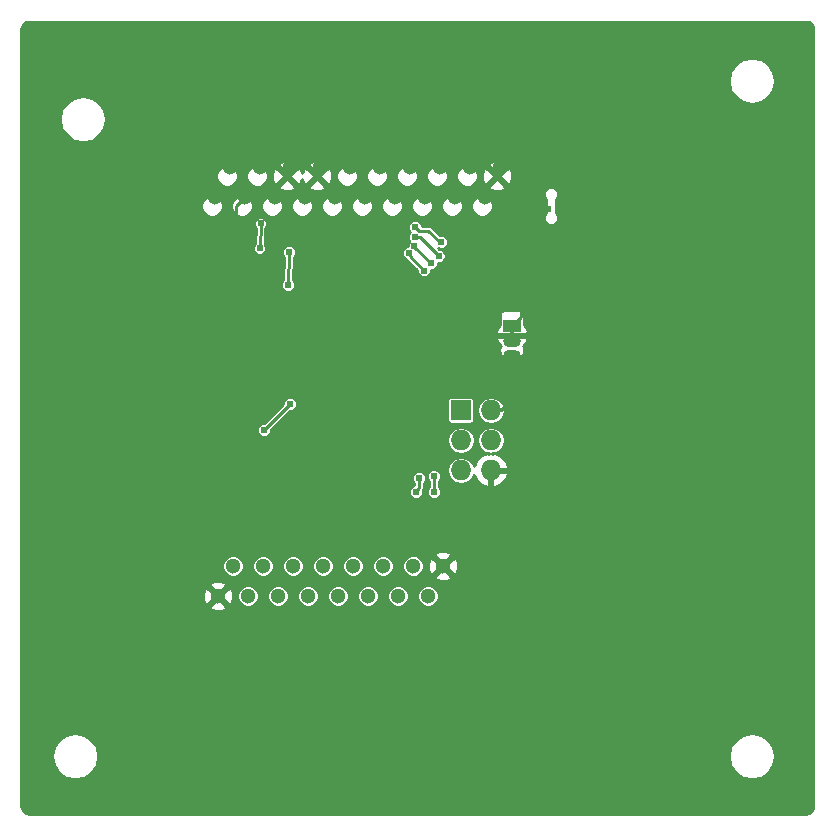
<source format=gbr>
%TF.GenerationSoftware,KiCad,Pcbnew,no-vcs-found-b18601d~60~ubuntu16.04.1*%
%TF.CreationDate,2017-12-04T14:02:50-05:00*%
%TF.ProjectId,as,61732E6B696361645F70636200000000,rev?*%
%TF.SameCoordinates,Original*%
%TF.FileFunction,Copper,L2,Bot,Signal*%
%TF.FilePolarity,Positive*%
%FSLAX46Y46*%
G04 Gerber Fmt 4.6, Leading zero omitted, Abs format (unit mm)*
G04 Created by KiCad (PCBNEW no-vcs-found-b18601d~60~ubuntu16.04.1) date Mon Dec  4 14:02:50 2017*
%MOMM*%
%LPD*%
G01*
G04 APERTURE LIST*
%TA.AperFunction,ComponentPad*%
%ADD10C,1.300000*%
%TD*%
%TA.AperFunction,ComponentPad*%
%ADD11R,1.727200X1.727200*%
%TD*%
%TA.AperFunction,ComponentPad*%
%ADD12O,1.727200X1.727200*%
%TD*%
%TA.AperFunction,ComponentPad*%
%ADD13O,1.500000X1.070000*%
%TD*%
%TA.AperFunction,ComponentPad*%
%ADD14R,1.500000X1.070000*%
%TD*%
%TA.AperFunction,ViaPad*%
%ADD15C,0.609600*%
%TD*%
%TA.AperFunction,Conductor*%
%ADD16C,0.250000*%
%TD*%
%TA.AperFunction,Conductor*%
%ADD17C,0.762000*%
%TD*%
%TA.AperFunction,Conductor*%
%ADD18C,0.254000*%
%TD*%
G04 APERTURE END LIST*
D10*
%TO.P,J2,5*%
%TO.N,R/W*%
X156210000Y-109982000D03*
%TO.P,J2,3*%
%TO.N,Net-(J2-Pad3)*%
X158750000Y-109982000D03*
%TO.P,J2,1*%
%TO.N,GND*%
X161290000Y-109982000D03*
%TO.P,J2,7*%
%TO.N,DB0*%
X153670000Y-109982000D03*
%TO.P,J2,2*%
%TO.N,VCC*%
X160020000Y-112522000D03*
%TO.P,J2,4*%
%TO.N,RS*%
X157480000Y-112522000D03*
%TO.P,J2,6*%
%TO.N,E*%
X154940000Y-112522000D03*
%TO.P,J2,8*%
%TO.N,DB1*%
X152400000Y-112522000D03*
%TO.P,J2,9*%
%TO.N,DB2*%
X151130000Y-109982000D03*
%TO.P,J2,10*%
%TO.N,DB3*%
X149860000Y-112522000D03*
%TO.P,J2,11*%
%TO.N,DB4*%
X148590000Y-109982000D03*
%TO.P,J2,12*%
%TO.N,DB5*%
X147320000Y-112522000D03*
%TO.P,J2,13*%
%TO.N,DB6*%
X146050000Y-109982000D03*
%TO.P,J2,14*%
%TO.N,DB7*%
X144780000Y-112522000D03*
%TO.P,J2,15*%
%TO.N,VCC*%
X143510000Y-109982000D03*
%TO.P,J2,16*%
%TO.N,GND*%
X142240000Y-112522000D03*
%TD*%
%TO.P,J1,5*%
%TO.N,MISO*%
X161036000Y-76200000D03*
%TO.P,J1,3*%
%TO.N,VCC*%
X163576000Y-76200000D03*
%TO.P,J1,1*%
%TO.N,GND*%
X166115999Y-76200000D03*
%TO.P,J1,7*%
%TO.N,RESET*%
X158496000Y-76200000D03*
%TO.P,J1,2*%
%TO.N,+12V*%
X164846000Y-78740000D03*
%TO.P,J1,4*%
%TO.N,MOSI*%
X162306000Y-78740000D03*
%TO.P,J1,6*%
%TO.N,SCK*%
X159766000Y-78740000D03*
%TO.P,J1,8*%
%TO.N,CANH*%
X157226000Y-78740000D03*
%TO.P,J1,9*%
%TO.N,CANL*%
X155956001Y-76200000D03*
%TO.P,J1,10*%
%TO.N,LED1*%
X154686000Y-78740000D03*
%TO.P,J1,11*%
%TO.N,LED2*%
X153416000Y-76200000D03*
%TO.P,J1,12*%
%TO.N,IMD*%
X152146000Y-78740000D03*
%TO.P,J1,13*%
%TO.N,GND*%
X150876000Y-76200000D03*
%TO.P,J1,14*%
%TO.N,AMS*%
X149606000Y-78740000D03*
%TO.P,J1,15*%
%TO.N,GND*%
X148336000Y-76200000D03*
%TO.P,J1,16*%
%TO.N,SDA*%
X147066000Y-78740000D03*
%TO.P,J1,17*%
%TO.N,SCL*%
X145796000Y-76200000D03*
%TO.P,J1,18*%
%TO.N,INT*%
X144526000Y-78740000D03*
%TO.P,J1,19*%
%TO.N,RST*%
X143255999Y-76200000D03*
%TO.P,J1,20*%
%TO.N,EINT*%
X141986000Y-78740000D03*
%TD*%
D11*
%TO.P,P1,1*%
%TO.N,MISO*%
X162814000Y-96774000D03*
D12*
%TO.P,P1,2*%
%TO.N,VCC*%
X165354000Y-96774000D03*
%TO.P,P1,3*%
%TO.N,SCK*%
X162814000Y-99314000D03*
%TO.P,P1,4*%
%TO.N,MOSI*%
X165354000Y-99314000D03*
%TO.P,P1,5*%
%TO.N,RESET*%
X162814000Y-101853999D03*
%TO.P,P1,6*%
%TO.N,GND*%
X165354000Y-101854000D03*
%TD*%
D13*
%TO.P,Q1,2*%
%TO.N,GND*%
X167132000Y-90932000D03*
%TO.P,Q1,3*%
%TO.N,+3V3*%
X167132000Y-92202000D03*
D14*
%TO.P,Q1,1*%
%TO.N,VCC*%
X167132000Y-89662000D03*
%TD*%
D15*
%TO.N,VCC*%
X167714200Y-95250000D03*
X167894000Y-87555800D03*
X167894000Y-87555800D03*
X168486340Y-104732340D03*
X168369908Y-102329908D03*
X168402000Y-98983052D03*
X167355322Y-97505322D03*
X167355322Y-97505322D03*
%TO.N,GND*%
X177546000Y-107188000D03*
X153416000Y-85344000D03*
X177800000Y-82804000D03*
X164846000Y-93980000D03*
X159975800Y-89916000D03*
X162560000Y-88392000D03*
X144780000Y-100076000D03*
X144018000Y-105410000D03*
X156718000Y-96266000D03*
X154940000Y-81280000D03*
X157129555Y-84739556D03*
X148844000Y-105410000D03*
X166624000Y-107696000D03*
X164592000Y-104902000D03*
X145542000Y-94742000D03*
X144018000Y-87630000D03*
X149860000Y-94642893D03*
X148336000Y-89662000D03*
X175768000Y-78232000D03*
X168910000Y-82550000D03*
X163830000Y-82042000D03*
X172212000Y-111506000D03*
%TO.N,Net-(C2-Pad1)*%
X146812000Y-107442000D03*
X145288000Y-107442000D03*
%TO.N,Net-(C3-Pad1)*%
X182880000Y-91186000D03*
X179832000Y-91186000D03*
%TO.N,+3V3*%
X140558322Y-92867678D03*
X167832644Y-96204644D03*
X167832644Y-96204644D03*
X169278433Y-97904433D03*
X170180000Y-100330000D03*
X170180000Y-100330000D03*
X170180000Y-103124000D03*
X170180000Y-108204000D03*
X170180000Y-109728000D03*
X170180000Y-109728000D03*
X170180000Y-109728000D03*
X141809303Y-91616697D03*
X159233393Y-87097393D03*
X157734000Y-84074000D03*
%TO.N,SCK*%
X170180000Y-79756000D03*
X168656000Y-77724000D03*
X146118598Y-98483402D03*
X146118598Y-98483402D03*
X160528000Y-102362000D03*
X160528000Y-102362000D03*
X160528000Y-103701400D03*
X148336000Y-96266000D03*
%TO.N,RS*%
X159004000Y-103701400D03*
X159004000Y-103701400D03*
X159258000Y-102546600D03*
%TO.N,CANH*%
X161105400Y-82550000D03*
X161105400Y-82550000D03*
X158934600Y-81280000D03*
X158934600Y-81280000D03*
%TO.N,CANL*%
X160929692Y-83720355D03*
X158934600Y-82144681D03*
%TO.N,LED1*%
X158884945Y-82895442D03*
X160298023Y-84352023D03*
%TO.N,LED2*%
X158404363Y-83474363D03*
X159690309Y-84959738D03*
%TO.N,SDA*%
X148290353Y-83395077D03*
X148180232Y-86166650D03*
%TO.N,SCL*%
X145853830Y-80968170D03*
X145768716Y-83085284D03*
%TO.N,INT*%
X143764000Y-80772000D03*
%TD*%
D16*
%TO.N,VCC*%
X167714200Y-95250000D02*
X166190200Y-96774000D01*
X166190200Y-96774000D02*
X165354000Y-96774000D01*
X167894000Y-87555800D02*
X167894000Y-88900000D01*
X167894000Y-88900000D02*
X167132000Y-89662000D01*
X168369908Y-102329908D02*
X168486340Y-104732340D01*
X168369908Y-104615908D02*
X168486340Y-104732340D01*
X167355322Y-97505322D02*
X167355322Y-97936374D01*
X167355322Y-97936374D02*
X168402000Y-98983052D01*
%TO.N,GND*%
X167347000Y-90424000D02*
X167132000Y-90424000D01*
%TO.N,Net-(C2-Pad1)*%
X145288000Y-107442000D02*
X146812000Y-107442000D01*
D17*
%TO.N,Net-(C3-Pad1)*%
X179832000Y-91186000D02*
X182880000Y-91186000D01*
D16*
%TO.N,+3V3*%
X167894000Y-96520000D02*
X167894000Y-96266000D01*
X167894000Y-96266000D02*
X167832644Y-96204644D01*
X169278433Y-97904433D02*
X167894000Y-96520000D01*
X170180000Y-100584000D02*
X170180000Y-100330000D01*
X170180000Y-102692948D02*
X170180000Y-100584000D01*
X170180000Y-103124000D02*
X170180000Y-102692948D01*
X170180000Y-109728000D02*
X170180000Y-108204000D01*
X141809303Y-91616697D02*
X140558322Y-92867678D01*
X140716000Y-92710000D02*
X140558322Y-92867678D01*
X159201939Y-85541939D02*
X159233393Y-87097393D01*
X159201939Y-87065939D02*
X159233393Y-87097393D01*
X157734000Y-84074000D02*
X159201939Y-85541939D01*
%TO.N,SCK*%
X146423397Y-98178603D02*
X146558000Y-98044000D01*
X170180000Y-79679052D02*
X170180000Y-79756000D01*
X168656000Y-77724000D02*
X168656000Y-78155052D01*
X168656000Y-78155052D02*
X170180000Y-79679052D01*
X146118598Y-98483402D02*
X146423397Y-98178603D01*
D18*
X160528000Y-103701400D02*
X160528000Y-102362000D01*
X148036001Y-96565999D02*
X146558000Y-98044000D01*
X148336000Y-96266000D02*
X148036001Y-96565999D01*
%TO.N,RS*%
X159258000Y-103378000D02*
X159004000Y-103632000D01*
X159004000Y-103632000D02*
X159004000Y-103701400D01*
X159258000Y-102546600D02*
X159258000Y-103378000D01*
%TO.N,CANH*%
X160065999Y-81579999D02*
X161036000Y-82550000D01*
X161036000Y-82550000D02*
X161105400Y-82550000D01*
X158934600Y-81280000D02*
X159234599Y-81579999D01*
X159234599Y-81579999D02*
X160065999Y-81579999D01*
%TO.N,CANL*%
X159358864Y-82144681D02*
X160929692Y-83720355D01*
X160782000Y-83567817D02*
X160782000Y-83572663D01*
X160782000Y-83572663D02*
X160929692Y-83720355D01*
X158934600Y-82144681D02*
X159358864Y-82144681D01*
%TO.N,LED1*%
X158884945Y-82895442D02*
X158884945Y-82938945D01*
X158884945Y-82938945D02*
X160298023Y-84352023D01*
%TO.N,LED2*%
X158496000Y-83765429D02*
X158496000Y-83566000D01*
X158496000Y-83566000D02*
X158404363Y-83474363D01*
X159690309Y-84959738D02*
X158496000Y-83765429D01*
%TO.N,SDA*%
X148290353Y-83395077D02*
X148180232Y-86166650D01*
D16*
X148285545Y-83399885D02*
X148290353Y-83395077D01*
D18*
X148285545Y-86055545D02*
X148285545Y-86061337D01*
X148285545Y-86061337D02*
X148180232Y-86166650D01*
%TO.N,SCL*%
X145768716Y-83085284D02*
X145853830Y-80968170D01*
X145768716Y-81053284D02*
X145853830Y-80968170D01*
D16*
%TO.N,INT*%
X143764000Y-80772000D02*
X143764000Y-79502000D01*
X143764000Y-79502000D02*
X144526000Y-78740000D01*
%TD*%
D18*
%TO.N,GND*%
G36*
X192266051Y-63931636D02*
X192471253Y-64068747D01*
X192608364Y-64273949D01*
X192659000Y-64528510D01*
X192659000Y-130289490D01*
X192608364Y-130544051D01*
X192471253Y-130749253D01*
X192266051Y-130886364D01*
X192011490Y-130937000D01*
X126250510Y-130937000D01*
X125995949Y-130886364D01*
X125790747Y-130749253D01*
X125653636Y-130544051D01*
X125603000Y-130289490D01*
X125603000Y-126082059D01*
X128190650Y-126082059D01*
X128339949Y-126832635D01*
X128765116Y-127468943D01*
X129401424Y-127894110D01*
X130152000Y-128043409D01*
X130902576Y-127894110D01*
X131538884Y-127468943D01*
X131964051Y-126832635D01*
X132113350Y-126082059D01*
X185490650Y-126082059D01*
X185639949Y-126832635D01*
X186065116Y-127468943D01*
X186701424Y-127894110D01*
X187452000Y-128043409D01*
X188202576Y-127894110D01*
X188838884Y-127468943D01*
X189264051Y-126832635D01*
X189413350Y-126082059D01*
X189264051Y-125331483D01*
X188838884Y-124695175D01*
X188202576Y-124270008D01*
X187452000Y-124120709D01*
X186701424Y-124270008D01*
X186065116Y-124695175D01*
X185639949Y-125331483D01*
X185490650Y-126082059D01*
X132113350Y-126082059D01*
X131964051Y-125331483D01*
X131538884Y-124695175D01*
X130902576Y-124270008D01*
X130152000Y-124120709D01*
X129401424Y-124270008D01*
X128765116Y-124695175D01*
X128339949Y-125331483D01*
X128190650Y-126082059D01*
X125603000Y-126082059D01*
X125603000Y-113421016D01*
X141520590Y-113421016D01*
X141576271Y-113651611D01*
X142059078Y-113819622D01*
X142569428Y-113790083D01*
X142903729Y-113651611D01*
X142959410Y-113421016D01*
X142240000Y-112701605D01*
X141520590Y-113421016D01*
X125603000Y-113421016D01*
X125603000Y-112341078D01*
X140942378Y-112341078D01*
X140971917Y-112851428D01*
X141110389Y-113185729D01*
X141340984Y-113241410D01*
X142060395Y-112522000D01*
X142419605Y-112522000D01*
X143139016Y-113241410D01*
X143369611Y-113185729D01*
X143536530Y-112706058D01*
X143850439Y-112706058D01*
X143991634Y-113047775D01*
X144252850Y-113309448D01*
X144594320Y-113451238D01*
X144964058Y-113451561D01*
X145305775Y-113310366D01*
X145567448Y-113049150D01*
X145709238Y-112707680D01*
X145709239Y-112706058D01*
X146390439Y-112706058D01*
X146531634Y-113047775D01*
X146792850Y-113309448D01*
X147134320Y-113451238D01*
X147504058Y-113451561D01*
X147845775Y-113310366D01*
X148107448Y-113049150D01*
X148249238Y-112707680D01*
X148249239Y-112706058D01*
X148930439Y-112706058D01*
X149071634Y-113047775D01*
X149332850Y-113309448D01*
X149674320Y-113451238D01*
X150044058Y-113451561D01*
X150385775Y-113310366D01*
X150647448Y-113049150D01*
X150789238Y-112707680D01*
X150789239Y-112706058D01*
X151470439Y-112706058D01*
X151611634Y-113047775D01*
X151872850Y-113309448D01*
X152214320Y-113451238D01*
X152584058Y-113451561D01*
X152925775Y-113310366D01*
X153187448Y-113049150D01*
X153329238Y-112707680D01*
X153329239Y-112706058D01*
X154010439Y-112706058D01*
X154151634Y-113047775D01*
X154412850Y-113309448D01*
X154754320Y-113451238D01*
X155124058Y-113451561D01*
X155465775Y-113310366D01*
X155727448Y-113049150D01*
X155869238Y-112707680D01*
X155869239Y-112706058D01*
X156550439Y-112706058D01*
X156691634Y-113047775D01*
X156952850Y-113309448D01*
X157294320Y-113451238D01*
X157664058Y-113451561D01*
X158005775Y-113310366D01*
X158267448Y-113049150D01*
X158409238Y-112707680D01*
X158409239Y-112706058D01*
X159090439Y-112706058D01*
X159231634Y-113047775D01*
X159492850Y-113309448D01*
X159834320Y-113451238D01*
X160204058Y-113451561D01*
X160545775Y-113310366D01*
X160807448Y-113049150D01*
X160949238Y-112707680D01*
X160949561Y-112337942D01*
X160808366Y-111996225D01*
X160547150Y-111734552D01*
X160205680Y-111592762D01*
X159835942Y-111592439D01*
X159494225Y-111733634D01*
X159232552Y-111994850D01*
X159090762Y-112336320D01*
X159090439Y-112706058D01*
X158409239Y-112706058D01*
X158409561Y-112337942D01*
X158268366Y-111996225D01*
X158007150Y-111734552D01*
X157665680Y-111592762D01*
X157295942Y-111592439D01*
X156954225Y-111733634D01*
X156692552Y-111994850D01*
X156550762Y-112336320D01*
X156550439Y-112706058D01*
X155869239Y-112706058D01*
X155869561Y-112337942D01*
X155728366Y-111996225D01*
X155467150Y-111734552D01*
X155125680Y-111592762D01*
X154755942Y-111592439D01*
X154414225Y-111733634D01*
X154152552Y-111994850D01*
X154010762Y-112336320D01*
X154010439Y-112706058D01*
X153329239Y-112706058D01*
X153329561Y-112337942D01*
X153188366Y-111996225D01*
X152927150Y-111734552D01*
X152585680Y-111592762D01*
X152215942Y-111592439D01*
X151874225Y-111733634D01*
X151612552Y-111994850D01*
X151470762Y-112336320D01*
X151470439Y-112706058D01*
X150789239Y-112706058D01*
X150789561Y-112337942D01*
X150648366Y-111996225D01*
X150387150Y-111734552D01*
X150045680Y-111592762D01*
X149675942Y-111592439D01*
X149334225Y-111733634D01*
X149072552Y-111994850D01*
X148930762Y-112336320D01*
X148930439Y-112706058D01*
X148249239Y-112706058D01*
X148249561Y-112337942D01*
X148108366Y-111996225D01*
X147847150Y-111734552D01*
X147505680Y-111592762D01*
X147135942Y-111592439D01*
X146794225Y-111733634D01*
X146532552Y-111994850D01*
X146390762Y-112336320D01*
X146390439Y-112706058D01*
X145709239Y-112706058D01*
X145709561Y-112337942D01*
X145568366Y-111996225D01*
X145307150Y-111734552D01*
X144965680Y-111592762D01*
X144595942Y-111592439D01*
X144254225Y-111733634D01*
X143992552Y-111994850D01*
X143850762Y-112336320D01*
X143850439Y-112706058D01*
X143536530Y-112706058D01*
X143537622Y-112702922D01*
X143508083Y-112192572D01*
X143369611Y-111858271D01*
X143139016Y-111802590D01*
X142419605Y-112522000D01*
X142060395Y-112522000D01*
X141340984Y-111802590D01*
X141110389Y-111858271D01*
X140942378Y-112341078D01*
X125603000Y-112341078D01*
X125603000Y-111622984D01*
X141520590Y-111622984D01*
X142240000Y-112342395D01*
X142959410Y-111622984D01*
X142903729Y-111392389D01*
X142420922Y-111224378D01*
X141910572Y-111253917D01*
X141576271Y-111392389D01*
X141520590Y-111622984D01*
X125603000Y-111622984D01*
X125603000Y-110166058D01*
X142580439Y-110166058D01*
X142721634Y-110507775D01*
X142982850Y-110769448D01*
X143324320Y-110911238D01*
X143694058Y-110911561D01*
X144035775Y-110770366D01*
X144297448Y-110509150D01*
X144439238Y-110167680D01*
X144439239Y-110166058D01*
X145120439Y-110166058D01*
X145261634Y-110507775D01*
X145522850Y-110769448D01*
X145864320Y-110911238D01*
X146234058Y-110911561D01*
X146575775Y-110770366D01*
X146837448Y-110509150D01*
X146979238Y-110167680D01*
X146979239Y-110166058D01*
X147660439Y-110166058D01*
X147801634Y-110507775D01*
X148062850Y-110769448D01*
X148404320Y-110911238D01*
X148774058Y-110911561D01*
X149115775Y-110770366D01*
X149377448Y-110509150D01*
X149519238Y-110167680D01*
X149519239Y-110166058D01*
X150200439Y-110166058D01*
X150341634Y-110507775D01*
X150602850Y-110769448D01*
X150944320Y-110911238D01*
X151314058Y-110911561D01*
X151655775Y-110770366D01*
X151917448Y-110509150D01*
X152059238Y-110167680D01*
X152059239Y-110166058D01*
X152740439Y-110166058D01*
X152881634Y-110507775D01*
X153142850Y-110769448D01*
X153484320Y-110911238D01*
X153854058Y-110911561D01*
X154195775Y-110770366D01*
X154457448Y-110509150D01*
X154599238Y-110167680D01*
X154599239Y-110166058D01*
X155280439Y-110166058D01*
X155421634Y-110507775D01*
X155682850Y-110769448D01*
X156024320Y-110911238D01*
X156394058Y-110911561D01*
X156735775Y-110770366D01*
X156997448Y-110509150D01*
X157139238Y-110167680D01*
X157139239Y-110166058D01*
X157820439Y-110166058D01*
X157961634Y-110507775D01*
X158222850Y-110769448D01*
X158564320Y-110911238D01*
X158934058Y-110911561D01*
X159007982Y-110881016D01*
X160570590Y-110881016D01*
X160626271Y-111111611D01*
X161109078Y-111279622D01*
X161619428Y-111250083D01*
X161953729Y-111111611D01*
X162009410Y-110881016D01*
X161290000Y-110161605D01*
X160570590Y-110881016D01*
X159007982Y-110881016D01*
X159275775Y-110770366D01*
X159537448Y-110509150D01*
X159679238Y-110167680D01*
X159679558Y-109801078D01*
X159992378Y-109801078D01*
X160021917Y-110311428D01*
X160160389Y-110645729D01*
X160390984Y-110701410D01*
X161110395Y-109982000D01*
X161469605Y-109982000D01*
X162189016Y-110701410D01*
X162419611Y-110645729D01*
X162587622Y-110162922D01*
X162558083Y-109652572D01*
X162419611Y-109318271D01*
X162189016Y-109262590D01*
X161469605Y-109982000D01*
X161110395Y-109982000D01*
X160390984Y-109262590D01*
X160160389Y-109318271D01*
X159992378Y-109801078D01*
X159679558Y-109801078D01*
X159679561Y-109797942D01*
X159538366Y-109456225D01*
X159277150Y-109194552D01*
X159008464Y-109082984D01*
X160570590Y-109082984D01*
X161290000Y-109802395D01*
X162009410Y-109082984D01*
X161953729Y-108852389D01*
X161470922Y-108684378D01*
X160960572Y-108713917D01*
X160626271Y-108852389D01*
X160570590Y-109082984D01*
X159008464Y-109082984D01*
X158935680Y-109052762D01*
X158565942Y-109052439D01*
X158224225Y-109193634D01*
X157962552Y-109454850D01*
X157820762Y-109796320D01*
X157820439Y-110166058D01*
X157139239Y-110166058D01*
X157139561Y-109797942D01*
X156998366Y-109456225D01*
X156737150Y-109194552D01*
X156395680Y-109052762D01*
X156025942Y-109052439D01*
X155684225Y-109193634D01*
X155422552Y-109454850D01*
X155280762Y-109796320D01*
X155280439Y-110166058D01*
X154599239Y-110166058D01*
X154599561Y-109797942D01*
X154458366Y-109456225D01*
X154197150Y-109194552D01*
X153855680Y-109052762D01*
X153485942Y-109052439D01*
X153144225Y-109193634D01*
X152882552Y-109454850D01*
X152740762Y-109796320D01*
X152740439Y-110166058D01*
X152059239Y-110166058D01*
X152059561Y-109797942D01*
X151918366Y-109456225D01*
X151657150Y-109194552D01*
X151315680Y-109052762D01*
X150945942Y-109052439D01*
X150604225Y-109193634D01*
X150342552Y-109454850D01*
X150200762Y-109796320D01*
X150200439Y-110166058D01*
X149519239Y-110166058D01*
X149519561Y-109797942D01*
X149378366Y-109456225D01*
X149117150Y-109194552D01*
X148775680Y-109052762D01*
X148405942Y-109052439D01*
X148064225Y-109193634D01*
X147802552Y-109454850D01*
X147660762Y-109796320D01*
X147660439Y-110166058D01*
X146979239Y-110166058D01*
X146979561Y-109797942D01*
X146838366Y-109456225D01*
X146577150Y-109194552D01*
X146235680Y-109052762D01*
X145865942Y-109052439D01*
X145524225Y-109193634D01*
X145262552Y-109454850D01*
X145120762Y-109796320D01*
X145120439Y-110166058D01*
X144439239Y-110166058D01*
X144439561Y-109797942D01*
X144298366Y-109456225D01*
X144037150Y-109194552D01*
X143695680Y-109052762D01*
X143325942Y-109052439D01*
X142984225Y-109193634D01*
X142722552Y-109454850D01*
X142580762Y-109796320D01*
X142580439Y-110166058D01*
X125603000Y-110166058D01*
X125603000Y-103817095D01*
X158419699Y-103817095D01*
X158508451Y-104031890D01*
X158672645Y-104196372D01*
X158887286Y-104285498D01*
X159119695Y-104285701D01*
X159334490Y-104196949D01*
X159498972Y-104032755D01*
X159588098Y-103818114D01*
X159588288Y-103601135D01*
X159633465Y-103533523D01*
X159664400Y-103378000D01*
X159664400Y-102966372D01*
X159752972Y-102877955D01*
X159842098Y-102663314D01*
X159842260Y-102477695D01*
X159943699Y-102477695D01*
X160032451Y-102692490D01*
X160121600Y-102781795D01*
X160121600Y-103281628D01*
X160033028Y-103370045D01*
X159943902Y-103584686D01*
X159943699Y-103817095D01*
X160032451Y-104031890D01*
X160196645Y-104196372D01*
X160411286Y-104285498D01*
X160643695Y-104285701D01*
X160858490Y-104196949D01*
X161022972Y-104032755D01*
X161112098Y-103818114D01*
X161112301Y-103585705D01*
X161023549Y-103370910D01*
X160934400Y-103281605D01*
X160934400Y-102781772D01*
X161022972Y-102693355D01*
X161112098Y-102478714D01*
X161112301Y-102246305D01*
X161023549Y-102031510D01*
X160859355Y-101867028D01*
X160827978Y-101853999D01*
X161648607Y-101853999D01*
X161735613Y-102291406D01*
X161983384Y-102662222D01*
X162354200Y-102909993D01*
X162791607Y-102996999D01*
X162836393Y-102996999D01*
X163273800Y-102909993D01*
X163644616Y-102662222D01*
X163892387Y-102291406D01*
X163905079Y-102227601D01*
X164071312Y-102628947D01*
X164465510Y-103060821D01*
X164994973Y-103308968D01*
X165227000Y-103188469D01*
X165227000Y-101981000D01*
X165481000Y-101981000D01*
X165481000Y-103188469D01*
X165713027Y-103308968D01*
X166242490Y-103060821D01*
X166636688Y-102628947D01*
X166808958Y-102213026D01*
X166687817Y-101981000D01*
X165481000Y-101981000D01*
X165227000Y-101981000D01*
X165207000Y-101981000D01*
X165207000Y-101727000D01*
X165227000Y-101727000D01*
X165227000Y-101707000D01*
X165481000Y-101707000D01*
X165481000Y-101727000D01*
X166687817Y-101727000D01*
X166808958Y-101494974D01*
X166636688Y-101079053D01*
X166242490Y-100647179D01*
X165713027Y-100399032D01*
X165481002Y-100519530D01*
X165481002Y-100436192D01*
X165813800Y-100369994D01*
X166184616Y-100122223D01*
X166432387Y-99751407D01*
X166519393Y-99314000D01*
X166432387Y-98876593D01*
X166184616Y-98505777D01*
X165813800Y-98258006D01*
X165376393Y-98171000D01*
X165331607Y-98171000D01*
X164894200Y-98258006D01*
X164523384Y-98505777D01*
X164275613Y-98876593D01*
X164188607Y-99314000D01*
X164275613Y-99751407D01*
X164523384Y-100122223D01*
X164894200Y-100369994D01*
X165226998Y-100436192D01*
X165226998Y-100519530D01*
X164994973Y-100399032D01*
X164465510Y-100647179D01*
X164071312Y-101079053D01*
X163905079Y-101480399D01*
X163892387Y-101416592D01*
X163644616Y-101045776D01*
X163273800Y-100798005D01*
X162836393Y-100710999D01*
X162791607Y-100710999D01*
X162354200Y-100798005D01*
X161983384Y-101045776D01*
X161735613Y-101416592D01*
X161648607Y-101853999D01*
X160827978Y-101853999D01*
X160644714Y-101777902D01*
X160412305Y-101777699D01*
X160197510Y-101866451D01*
X160033028Y-102030645D01*
X159943902Y-102245286D01*
X159943699Y-102477695D01*
X159842260Y-102477695D01*
X159842301Y-102430905D01*
X159753549Y-102216110D01*
X159589355Y-102051628D01*
X159374714Y-101962502D01*
X159142305Y-101962299D01*
X158927510Y-102051051D01*
X158763028Y-102215245D01*
X158673902Y-102429886D01*
X158673699Y-102662295D01*
X158762451Y-102877090D01*
X158851600Y-102966395D01*
X158851600Y-103132265D01*
X158673510Y-103205851D01*
X158509028Y-103370045D01*
X158419902Y-103584686D01*
X158419699Y-103817095D01*
X125603000Y-103817095D01*
X125603000Y-99314000D01*
X161648607Y-99314000D01*
X161735613Y-99751407D01*
X161983384Y-100122223D01*
X162354200Y-100369994D01*
X162791607Y-100457000D01*
X162836393Y-100457000D01*
X163273800Y-100369994D01*
X163644616Y-100122223D01*
X163892387Y-99751407D01*
X163979393Y-99314000D01*
X163892387Y-98876593D01*
X163644616Y-98505777D01*
X163273800Y-98258006D01*
X162836393Y-98171000D01*
X162791607Y-98171000D01*
X162354200Y-98258006D01*
X161983384Y-98505777D01*
X161735613Y-98876593D01*
X161648607Y-99314000D01*
X125603000Y-99314000D01*
X125603000Y-98599097D01*
X145534297Y-98599097D01*
X145623049Y-98813892D01*
X145787243Y-98978374D01*
X146001884Y-99067500D01*
X146234293Y-99067703D01*
X146449088Y-98978951D01*
X146613570Y-98814757D01*
X146702696Y-98600116D01*
X146702809Y-98471099D01*
X146709351Y-98464557D01*
X146760418Y-98388130D01*
X146845368Y-98331368D01*
X148326544Y-96850192D01*
X148451695Y-96850301D01*
X148666490Y-96761549D01*
X148830972Y-96597355D01*
X148920098Y-96382714D01*
X148920301Y-96150305D01*
X148831549Y-95935510D01*
X148806483Y-95910400D01*
X161665527Y-95910400D01*
X161665527Y-97637600D01*
X161687212Y-97746616D01*
X161748964Y-97839036D01*
X161841384Y-97900788D01*
X161950400Y-97922473D01*
X163677600Y-97922473D01*
X163786616Y-97900788D01*
X163879036Y-97839036D01*
X163940788Y-97746616D01*
X163962473Y-97637600D01*
X163962473Y-96774000D01*
X164188607Y-96774000D01*
X164275613Y-97211407D01*
X164523384Y-97582223D01*
X164894200Y-97829994D01*
X165331607Y-97917000D01*
X165376393Y-97917000D01*
X165813800Y-97829994D01*
X166184616Y-97582223D01*
X166432387Y-97211407D01*
X166519393Y-96774000D01*
X166432387Y-96336593D01*
X166184616Y-95965777D01*
X165813800Y-95718006D01*
X165376393Y-95631000D01*
X165331607Y-95631000D01*
X164894200Y-95718006D01*
X164523384Y-95965777D01*
X164275613Y-96336593D01*
X164188607Y-96774000D01*
X163962473Y-96774000D01*
X163962473Y-95910400D01*
X163940788Y-95801384D01*
X163879036Y-95708964D01*
X163786616Y-95647212D01*
X163677600Y-95625527D01*
X161950400Y-95625527D01*
X161841384Y-95647212D01*
X161748964Y-95708964D01*
X161687212Y-95801384D01*
X161665527Y-95910400D01*
X148806483Y-95910400D01*
X148667355Y-95771028D01*
X148452714Y-95681902D01*
X148220305Y-95681699D01*
X148005510Y-95770451D01*
X147841028Y-95934645D01*
X147751902Y-96149286D01*
X147751792Y-96275472D01*
X146270632Y-97756632D01*
X146213870Y-97841582D01*
X146137443Y-97892649D01*
X146130879Y-97899213D01*
X146002903Y-97899101D01*
X145788108Y-97987853D01*
X145623626Y-98152047D01*
X145534500Y-98366688D01*
X145534297Y-98599097D01*
X125603000Y-98599097D01*
X125603000Y-90731383D01*
X165788100Y-90731383D01*
X165795244Y-90783810D01*
X166018326Y-91185699D01*
X166186529Y-91319331D01*
X166144426Y-91382343D01*
X166082433Y-91694000D01*
X166144426Y-92005657D01*
X166320965Y-92269868D01*
X166585176Y-92446407D01*
X166896833Y-92508400D01*
X167367167Y-92508400D01*
X167678824Y-92446407D01*
X167943035Y-92269868D01*
X168119574Y-92005657D01*
X168181567Y-91694000D01*
X168119574Y-91382343D01*
X168077471Y-91319331D01*
X168245674Y-91185699D01*
X168468756Y-90783810D01*
X168475900Y-90731383D01*
X168350244Y-90551000D01*
X167259000Y-90551000D01*
X167259000Y-90571000D01*
X167005000Y-90571000D01*
X167005000Y-90551000D01*
X165913756Y-90551000D01*
X165788100Y-90731383D01*
X125603000Y-90731383D01*
X125603000Y-90116617D01*
X165788100Y-90116617D01*
X165913756Y-90297000D01*
X167005000Y-90297000D01*
X167005000Y-90277000D01*
X167259000Y-90277000D01*
X167259000Y-90297000D01*
X168350244Y-90297000D01*
X168475900Y-90116617D01*
X168468756Y-90064190D01*
X168245674Y-89662301D01*
X168166873Y-89599696D01*
X168166873Y-88619000D01*
X168145188Y-88509984D01*
X168083436Y-88417564D01*
X167991016Y-88355812D01*
X167882000Y-88334127D01*
X166382000Y-88334127D01*
X166272984Y-88355812D01*
X166180564Y-88417564D01*
X166118812Y-88509984D01*
X166097127Y-88619000D01*
X166097127Y-89599696D01*
X166018326Y-89662301D01*
X165795244Y-90064190D01*
X165788100Y-90116617D01*
X125603000Y-90116617D01*
X125603000Y-86282345D01*
X147595931Y-86282345D01*
X147684683Y-86497140D01*
X147848877Y-86661622D01*
X148063518Y-86750748D01*
X148295927Y-86750951D01*
X148510722Y-86662199D01*
X148675204Y-86498005D01*
X148764330Y-86283364D01*
X148764533Y-86050955D01*
X148675781Y-85836160D01*
X148602308Y-85762558D01*
X148675642Y-83835932D01*
X148780517Y-83731240D01*
X148839140Y-83590058D01*
X157820062Y-83590058D01*
X157908814Y-83804853D01*
X158073008Y-83969335D01*
X158183528Y-84015227D01*
X158208632Y-84052797D01*
X159106117Y-84950282D01*
X159106008Y-85075433D01*
X159194760Y-85290228D01*
X159358954Y-85454710D01*
X159573595Y-85543836D01*
X159806004Y-85544039D01*
X160020799Y-85455287D01*
X160185281Y-85291093D01*
X160274407Y-85076452D01*
X160274530Y-84936202D01*
X160413718Y-84936324D01*
X160628513Y-84847572D01*
X160792995Y-84683378D01*
X160882121Y-84468737D01*
X160882264Y-84304514D01*
X161045387Y-84304656D01*
X161260182Y-84215904D01*
X161424664Y-84051710D01*
X161513790Y-83837069D01*
X161513993Y-83604660D01*
X161425241Y-83389865D01*
X161261047Y-83225383D01*
X161046406Y-83136257D01*
X160921135Y-83136148D01*
X160869933Y-83084788D01*
X160988686Y-83134098D01*
X161221095Y-83134301D01*
X161435890Y-83045549D01*
X161600372Y-82881355D01*
X161689498Y-82666714D01*
X161689701Y-82434305D01*
X161600949Y-82219510D01*
X161436755Y-82055028D01*
X161222114Y-81965902D01*
X161026468Y-81965731D01*
X160353367Y-81292631D01*
X160221522Y-81204534D01*
X160065999Y-81173599D01*
X159518893Y-81173599D01*
X159518901Y-81164305D01*
X159430149Y-80949510D01*
X159265955Y-80785028D01*
X159051314Y-80695902D01*
X158818905Y-80695699D01*
X158604110Y-80784451D01*
X158439628Y-80948645D01*
X158350502Y-81163286D01*
X158350299Y-81395695D01*
X158439051Y-81610490D01*
X158540757Y-81712374D01*
X158439628Y-81813326D01*
X158350502Y-82027967D01*
X158350299Y-82260376D01*
X158439051Y-82475171D01*
X158459013Y-82495168D01*
X158389973Y-82564087D01*
X158300847Y-82778728D01*
X158300750Y-82890073D01*
X158288668Y-82890062D01*
X158073873Y-82978814D01*
X157909391Y-83143008D01*
X157820265Y-83357649D01*
X157820062Y-83590058D01*
X148839140Y-83590058D01*
X148869643Y-83516599D01*
X148869846Y-83284190D01*
X148781094Y-83069395D01*
X148616900Y-82904913D01*
X148402259Y-82815787D01*
X148169850Y-82815584D01*
X147955055Y-82904336D01*
X147790573Y-83068530D01*
X147701447Y-83283171D01*
X147701244Y-83515580D01*
X147705850Y-83526726D01*
X147694315Y-83584715D01*
X147725250Y-83740237D01*
X147813347Y-83872083D01*
X147859698Y-83903054D01*
X147790135Y-85730604D01*
X147685260Y-85835295D01*
X147596134Y-86049936D01*
X147595931Y-86282345D01*
X125603000Y-86282345D01*
X125603000Y-83200979D01*
X145184415Y-83200979D01*
X145273167Y-83415774D01*
X145437361Y-83580256D01*
X145652002Y-83669382D01*
X145884411Y-83669585D01*
X146099206Y-83580833D01*
X146263688Y-83416639D01*
X146352814Y-83201998D01*
X146353017Y-82969589D01*
X146264265Y-82754794D01*
X146191655Y-82682057D01*
X146242990Y-81405151D01*
X146348802Y-81299525D01*
X146437928Y-81084884D01*
X146438131Y-80852475D01*
X146349379Y-80637680D01*
X146185185Y-80473198D01*
X145970544Y-80384072D01*
X145738135Y-80383869D01*
X145523340Y-80472621D01*
X145358858Y-80636815D01*
X145269732Y-80851456D01*
X145269529Y-81083865D01*
X145358281Y-81298660D01*
X145430891Y-81371397D01*
X145379556Y-82648303D01*
X145273744Y-82753929D01*
X145184618Y-82968570D01*
X145184415Y-83200979D01*
X125603000Y-83200979D01*
X125603000Y-79686058D01*
X140802439Y-79686058D01*
X140943634Y-80027775D01*
X141204850Y-80289448D01*
X141546320Y-80431238D01*
X141916058Y-80431561D01*
X142257775Y-80290366D01*
X142519448Y-80029150D01*
X142661238Y-79687680D01*
X142661239Y-79686058D01*
X143342439Y-79686058D01*
X143483634Y-80027775D01*
X143744850Y-80289448D01*
X144086320Y-80431238D01*
X144456058Y-80431561D01*
X144797775Y-80290366D01*
X145059448Y-80029150D01*
X145201238Y-79687680D01*
X145201239Y-79686058D01*
X145882439Y-79686058D01*
X146023634Y-80027775D01*
X146284850Y-80289448D01*
X146626320Y-80431238D01*
X146996058Y-80431561D01*
X147337775Y-80290366D01*
X147599448Y-80029150D01*
X147741238Y-79687680D01*
X147741239Y-79686058D01*
X148422439Y-79686058D01*
X148563634Y-80027775D01*
X148824850Y-80289448D01*
X149166320Y-80431238D01*
X149536058Y-80431561D01*
X149877775Y-80290366D01*
X150139448Y-80029150D01*
X150281238Y-79687680D01*
X150281239Y-79686058D01*
X150962439Y-79686058D01*
X151103634Y-80027775D01*
X151364850Y-80289448D01*
X151706320Y-80431238D01*
X152076058Y-80431561D01*
X152417775Y-80290366D01*
X152679448Y-80029150D01*
X152821238Y-79687680D01*
X152821239Y-79686058D01*
X153502439Y-79686058D01*
X153643634Y-80027775D01*
X153904850Y-80289448D01*
X154246320Y-80431238D01*
X154616058Y-80431561D01*
X154957775Y-80290366D01*
X155219448Y-80029150D01*
X155361238Y-79687680D01*
X155361239Y-79686058D01*
X156042439Y-79686058D01*
X156183634Y-80027775D01*
X156444850Y-80289448D01*
X156786320Y-80431238D01*
X157156058Y-80431561D01*
X157497775Y-80290366D01*
X157759448Y-80029150D01*
X157901238Y-79687680D01*
X157901239Y-79686058D01*
X158582439Y-79686058D01*
X158723634Y-80027775D01*
X158984850Y-80289448D01*
X159326320Y-80431238D01*
X159696058Y-80431561D01*
X160037775Y-80290366D01*
X160299448Y-80029150D01*
X160441238Y-79687680D01*
X160441239Y-79686058D01*
X161122439Y-79686058D01*
X161263634Y-80027775D01*
X161524850Y-80289448D01*
X161866320Y-80431238D01*
X162236058Y-80431561D01*
X162577775Y-80290366D01*
X162839448Y-80029150D01*
X162981238Y-79687680D01*
X162981239Y-79686058D01*
X163662439Y-79686058D01*
X163803634Y-80027775D01*
X164064850Y-80289448D01*
X164406320Y-80431238D01*
X164776058Y-80431561D01*
X165117775Y-80290366D01*
X165379448Y-80029150D01*
X165521238Y-79687680D01*
X165521561Y-79317942D01*
X165380366Y-78976225D01*
X165119150Y-78714552D01*
X164847359Y-78601695D01*
X169849699Y-78601695D01*
X169938451Y-78816490D01*
X170027600Y-78905795D01*
X170027600Y-80098228D01*
X169939028Y-80186645D01*
X169849902Y-80401286D01*
X169849699Y-80633695D01*
X169938451Y-80848490D01*
X170102645Y-81012972D01*
X170317286Y-81102098D01*
X170549695Y-81102301D01*
X170764490Y-81013549D01*
X170928972Y-80849355D01*
X171018098Y-80634714D01*
X171018301Y-80402305D01*
X170929549Y-80187510D01*
X170840400Y-80098205D01*
X170840400Y-78905772D01*
X170928972Y-78817355D01*
X171018098Y-78602714D01*
X171018301Y-78370305D01*
X170929549Y-78155510D01*
X170765355Y-77991028D01*
X170550714Y-77901902D01*
X170318305Y-77901699D01*
X170103510Y-77990451D01*
X169939028Y-78154645D01*
X169849902Y-78369286D01*
X169849699Y-78601695D01*
X164847359Y-78601695D01*
X164777680Y-78572762D01*
X164407942Y-78572439D01*
X164066225Y-78713634D01*
X163804552Y-78974850D01*
X163662762Y-79316320D01*
X163662439Y-79686058D01*
X162981239Y-79686058D01*
X162981561Y-79317942D01*
X162840366Y-78976225D01*
X162579150Y-78714552D01*
X162237680Y-78572762D01*
X161867942Y-78572439D01*
X161526225Y-78713634D01*
X161264552Y-78974850D01*
X161122762Y-79316320D01*
X161122439Y-79686058D01*
X160441239Y-79686058D01*
X160441561Y-79317942D01*
X160300366Y-78976225D01*
X160039150Y-78714552D01*
X159697680Y-78572762D01*
X159327942Y-78572439D01*
X158986225Y-78713634D01*
X158724552Y-78974850D01*
X158582762Y-79316320D01*
X158582439Y-79686058D01*
X157901239Y-79686058D01*
X157901561Y-79317942D01*
X157760366Y-78976225D01*
X157499150Y-78714552D01*
X157157680Y-78572762D01*
X156787942Y-78572439D01*
X156446225Y-78713634D01*
X156184552Y-78974850D01*
X156042762Y-79316320D01*
X156042439Y-79686058D01*
X155361239Y-79686058D01*
X155361561Y-79317942D01*
X155220366Y-78976225D01*
X154959150Y-78714552D01*
X154617680Y-78572762D01*
X154247942Y-78572439D01*
X153906225Y-78713634D01*
X153644552Y-78974850D01*
X153502762Y-79316320D01*
X153502439Y-79686058D01*
X152821239Y-79686058D01*
X152821561Y-79317942D01*
X152680366Y-78976225D01*
X152419150Y-78714552D01*
X152077680Y-78572762D01*
X151707942Y-78572439D01*
X151366225Y-78713634D01*
X151104552Y-78974850D01*
X150962762Y-79316320D01*
X150962439Y-79686058D01*
X150281239Y-79686058D01*
X150281561Y-79317942D01*
X150140366Y-78976225D01*
X149879150Y-78714552D01*
X149537680Y-78572762D01*
X149167942Y-78572439D01*
X148826225Y-78713634D01*
X148564552Y-78974850D01*
X148422762Y-79316320D01*
X148422439Y-79686058D01*
X147741239Y-79686058D01*
X147741561Y-79317942D01*
X147600366Y-78976225D01*
X147339150Y-78714552D01*
X146997680Y-78572762D01*
X146627942Y-78572439D01*
X146286225Y-78713634D01*
X146024552Y-78974850D01*
X145882762Y-79316320D01*
X145882439Y-79686058D01*
X145201239Y-79686058D01*
X145201561Y-79317942D01*
X145060366Y-78976225D01*
X144799150Y-78714552D01*
X144457680Y-78572762D01*
X144087942Y-78572439D01*
X143746225Y-78713634D01*
X143484552Y-78974850D01*
X143342762Y-79316320D01*
X143342439Y-79686058D01*
X142661239Y-79686058D01*
X142661561Y-79317942D01*
X142520366Y-78976225D01*
X142259150Y-78714552D01*
X141917680Y-78572762D01*
X141547942Y-78572439D01*
X141206225Y-78713634D01*
X140944552Y-78974850D01*
X140802762Y-79316320D01*
X140802439Y-79686058D01*
X125603000Y-79686058D01*
X125603000Y-77146058D01*
X142072438Y-77146058D01*
X142213633Y-77487775D01*
X142474849Y-77749448D01*
X142816319Y-77891238D01*
X143186057Y-77891561D01*
X143527774Y-77750366D01*
X143789447Y-77489150D01*
X143931237Y-77147680D01*
X143931238Y-77146058D01*
X144612439Y-77146058D01*
X144753634Y-77487775D01*
X145014850Y-77749448D01*
X145356320Y-77891238D01*
X145726058Y-77891561D01*
X145799982Y-77861016D01*
X147362590Y-77861016D01*
X147418271Y-78091611D01*
X147901078Y-78259622D01*
X148411428Y-78230083D01*
X148745729Y-78091611D01*
X148801410Y-77861016D01*
X149902590Y-77861016D01*
X149958271Y-78091611D01*
X150441078Y-78259622D01*
X150951428Y-78230083D01*
X151285729Y-78091611D01*
X151341410Y-77861016D01*
X150622000Y-77141605D01*
X149902590Y-77861016D01*
X148801410Y-77861016D01*
X148082000Y-77141605D01*
X147362590Y-77861016D01*
X145799982Y-77861016D01*
X146067775Y-77750366D01*
X146329448Y-77489150D01*
X146471238Y-77147680D01*
X146471558Y-76781078D01*
X146784378Y-76781078D01*
X146813917Y-77291428D01*
X146952389Y-77625729D01*
X147182984Y-77681410D01*
X147902395Y-76962000D01*
X148261605Y-76962000D01*
X148981016Y-77681410D01*
X149211611Y-77625729D01*
X149350213Y-77227434D01*
X149353917Y-77291428D01*
X149492389Y-77625729D01*
X149722984Y-77681410D01*
X150442395Y-76962000D01*
X150801605Y-76962000D01*
X151521016Y-77681410D01*
X151751611Y-77625729D01*
X151918530Y-77146058D01*
X152232439Y-77146058D01*
X152373634Y-77487775D01*
X152634850Y-77749448D01*
X152976320Y-77891238D01*
X153346058Y-77891561D01*
X153687775Y-77750366D01*
X153949448Y-77489150D01*
X154091238Y-77147680D01*
X154091239Y-77146058D01*
X154772440Y-77146058D01*
X154913635Y-77487775D01*
X155174851Y-77749448D01*
X155516321Y-77891238D01*
X155886059Y-77891561D01*
X156227776Y-77750366D01*
X156489449Y-77489150D01*
X156631239Y-77147680D01*
X156631240Y-77146058D01*
X157312439Y-77146058D01*
X157453634Y-77487775D01*
X157714850Y-77749448D01*
X158056320Y-77891238D01*
X158426058Y-77891561D01*
X158767775Y-77750366D01*
X159029448Y-77489150D01*
X159171238Y-77147680D01*
X159171239Y-77146058D01*
X159852439Y-77146058D01*
X159993634Y-77487775D01*
X160254850Y-77749448D01*
X160596320Y-77891238D01*
X160966058Y-77891561D01*
X161307775Y-77750366D01*
X161569448Y-77489150D01*
X161711238Y-77147680D01*
X161711239Y-77146058D01*
X162392439Y-77146058D01*
X162533634Y-77487775D01*
X162794850Y-77749448D01*
X163136320Y-77891238D01*
X163506058Y-77891561D01*
X163579982Y-77861016D01*
X165142589Y-77861016D01*
X165198270Y-78091611D01*
X165681077Y-78259622D01*
X166191427Y-78230083D01*
X166525728Y-78091611D01*
X166581409Y-77861016D01*
X165861999Y-77141605D01*
X165142589Y-77861016D01*
X163579982Y-77861016D01*
X163847775Y-77750366D01*
X164109448Y-77489150D01*
X164251238Y-77147680D01*
X164251558Y-76781078D01*
X164564377Y-76781078D01*
X164593916Y-77291428D01*
X164732388Y-77625729D01*
X164962983Y-77681410D01*
X165682394Y-76962000D01*
X166041604Y-76962000D01*
X166761015Y-77681410D01*
X166991610Y-77625729D01*
X167159621Y-77142922D01*
X167130082Y-76632572D01*
X166991610Y-76298271D01*
X166761015Y-76242590D01*
X166041604Y-76962000D01*
X165682394Y-76962000D01*
X164962983Y-76242590D01*
X164732388Y-76298271D01*
X164564377Y-76781078D01*
X164251558Y-76781078D01*
X164251561Y-76777942D01*
X164110366Y-76436225D01*
X163849150Y-76174552D01*
X163580464Y-76062984D01*
X165142589Y-76062984D01*
X165861999Y-76782395D01*
X166581409Y-76062984D01*
X166525728Y-75832389D01*
X166042921Y-75664378D01*
X165532571Y-75693917D01*
X165198270Y-75832389D01*
X165142589Y-76062984D01*
X163580464Y-76062984D01*
X163507680Y-76032762D01*
X163137942Y-76032439D01*
X162796225Y-76173634D01*
X162534552Y-76434850D01*
X162392762Y-76776320D01*
X162392439Y-77146058D01*
X161711239Y-77146058D01*
X161711561Y-76777942D01*
X161570366Y-76436225D01*
X161309150Y-76174552D01*
X160967680Y-76032762D01*
X160597942Y-76032439D01*
X160256225Y-76173634D01*
X159994552Y-76434850D01*
X159852762Y-76776320D01*
X159852439Y-77146058D01*
X159171239Y-77146058D01*
X159171561Y-76777942D01*
X159030366Y-76436225D01*
X158769150Y-76174552D01*
X158427680Y-76032762D01*
X158057942Y-76032439D01*
X157716225Y-76173634D01*
X157454552Y-76434850D01*
X157312762Y-76776320D01*
X157312439Y-77146058D01*
X156631240Y-77146058D01*
X156631562Y-76777942D01*
X156490367Y-76436225D01*
X156229151Y-76174552D01*
X155887681Y-76032762D01*
X155517943Y-76032439D01*
X155176226Y-76173634D01*
X154914553Y-76434850D01*
X154772763Y-76776320D01*
X154772440Y-77146058D01*
X154091239Y-77146058D01*
X154091561Y-76777942D01*
X153950366Y-76436225D01*
X153689150Y-76174552D01*
X153347680Y-76032762D01*
X152977942Y-76032439D01*
X152636225Y-76173634D01*
X152374552Y-76434850D01*
X152232762Y-76776320D01*
X152232439Y-77146058D01*
X151918530Y-77146058D01*
X151919622Y-77142922D01*
X151890083Y-76632572D01*
X151751611Y-76298271D01*
X151521016Y-76242590D01*
X150801605Y-76962000D01*
X150442395Y-76962000D01*
X149722984Y-76242590D01*
X149492389Y-76298271D01*
X149353787Y-76696566D01*
X149350083Y-76632572D01*
X149211611Y-76298271D01*
X148981016Y-76242590D01*
X148261605Y-76962000D01*
X147902395Y-76962000D01*
X147182984Y-76242590D01*
X146952389Y-76298271D01*
X146784378Y-76781078D01*
X146471558Y-76781078D01*
X146471561Y-76777942D01*
X146330366Y-76436225D01*
X146069150Y-76174552D01*
X145800464Y-76062984D01*
X147362590Y-76062984D01*
X148082000Y-76782395D01*
X148801410Y-76062984D01*
X149902590Y-76062984D01*
X150622000Y-76782395D01*
X151341410Y-76062984D01*
X151285729Y-75832389D01*
X150802922Y-75664378D01*
X150292572Y-75693917D01*
X149958271Y-75832389D01*
X149902590Y-76062984D01*
X148801410Y-76062984D01*
X148745729Y-75832389D01*
X148262922Y-75664378D01*
X147752572Y-75693917D01*
X147418271Y-75832389D01*
X147362590Y-76062984D01*
X145800464Y-76062984D01*
X145727680Y-76032762D01*
X145357942Y-76032439D01*
X145016225Y-76173634D01*
X144754552Y-76434850D01*
X144612762Y-76776320D01*
X144612439Y-77146058D01*
X143931238Y-77146058D01*
X143931560Y-76777942D01*
X143790365Y-76436225D01*
X143529149Y-76174552D01*
X143187679Y-76032762D01*
X142817941Y-76032439D01*
X142476224Y-76173634D01*
X142214551Y-76434850D01*
X142072761Y-76776320D01*
X142072438Y-77146058D01*
X125603000Y-77146058D01*
X125603000Y-72136000D01*
X128848650Y-72136000D01*
X128997949Y-72886576D01*
X129423116Y-73522884D01*
X130059424Y-73948051D01*
X130810000Y-74097350D01*
X131560576Y-73948051D01*
X132196884Y-73522884D01*
X132622051Y-72886576D01*
X132771350Y-72136000D01*
X132622051Y-71385424D01*
X132196884Y-70749116D01*
X131560576Y-70323949D01*
X130810000Y-70174650D01*
X130059424Y-70323949D01*
X129423116Y-70749116D01*
X128997949Y-71385424D01*
X128848650Y-72136000D01*
X125603000Y-72136000D01*
X125603000Y-68885941D01*
X185490650Y-68885941D01*
X185639949Y-69636517D01*
X186065116Y-70272825D01*
X186701424Y-70697992D01*
X187452000Y-70847291D01*
X188202576Y-70697992D01*
X188838884Y-70272825D01*
X189264051Y-69636517D01*
X189413350Y-68885941D01*
X189264051Y-68135365D01*
X188838884Y-67499057D01*
X188202576Y-67073890D01*
X187452000Y-66924591D01*
X186701424Y-67073890D01*
X186065116Y-67499057D01*
X185639949Y-68135365D01*
X185490650Y-68885941D01*
X125603000Y-68885941D01*
X125603000Y-64528510D01*
X125653636Y-64273949D01*
X125790747Y-64068747D01*
X125995949Y-63931636D01*
X126250510Y-63881000D01*
X192011490Y-63881000D01*
X192266051Y-63931636D01*
X192266051Y-63931636D01*
G37*
X192266051Y-63931636D02*
X192471253Y-64068747D01*
X192608364Y-64273949D01*
X192659000Y-64528510D01*
X192659000Y-130289490D01*
X192608364Y-130544051D01*
X192471253Y-130749253D01*
X192266051Y-130886364D01*
X192011490Y-130937000D01*
X126250510Y-130937000D01*
X125995949Y-130886364D01*
X125790747Y-130749253D01*
X125653636Y-130544051D01*
X125603000Y-130289490D01*
X125603000Y-126082059D01*
X128190650Y-126082059D01*
X128339949Y-126832635D01*
X128765116Y-127468943D01*
X129401424Y-127894110D01*
X130152000Y-128043409D01*
X130902576Y-127894110D01*
X131538884Y-127468943D01*
X131964051Y-126832635D01*
X132113350Y-126082059D01*
X185490650Y-126082059D01*
X185639949Y-126832635D01*
X186065116Y-127468943D01*
X186701424Y-127894110D01*
X187452000Y-128043409D01*
X188202576Y-127894110D01*
X188838884Y-127468943D01*
X189264051Y-126832635D01*
X189413350Y-126082059D01*
X189264051Y-125331483D01*
X188838884Y-124695175D01*
X188202576Y-124270008D01*
X187452000Y-124120709D01*
X186701424Y-124270008D01*
X186065116Y-124695175D01*
X185639949Y-125331483D01*
X185490650Y-126082059D01*
X132113350Y-126082059D01*
X131964051Y-125331483D01*
X131538884Y-124695175D01*
X130902576Y-124270008D01*
X130152000Y-124120709D01*
X129401424Y-124270008D01*
X128765116Y-124695175D01*
X128339949Y-125331483D01*
X128190650Y-126082059D01*
X125603000Y-126082059D01*
X125603000Y-113421016D01*
X141520590Y-113421016D01*
X141576271Y-113651611D01*
X142059078Y-113819622D01*
X142569428Y-113790083D01*
X142903729Y-113651611D01*
X142959410Y-113421016D01*
X142240000Y-112701605D01*
X141520590Y-113421016D01*
X125603000Y-113421016D01*
X125603000Y-112341078D01*
X140942378Y-112341078D01*
X140971917Y-112851428D01*
X141110389Y-113185729D01*
X141340984Y-113241410D01*
X142060395Y-112522000D01*
X142419605Y-112522000D01*
X143139016Y-113241410D01*
X143369611Y-113185729D01*
X143536530Y-112706058D01*
X143850439Y-112706058D01*
X143991634Y-113047775D01*
X144252850Y-113309448D01*
X144594320Y-113451238D01*
X144964058Y-113451561D01*
X145305775Y-113310366D01*
X145567448Y-113049150D01*
X145709238Y-112707680D01*
X145709239Y-112706058D01*
X146390439Y-112706058D01*
X146531634Y-113047775D01*
X146792850Y-113309448D01*
X147134320Y-113451238D01*
X147504058Y-113451561D01*
X147845775Y-113310366D01*
X148107448Y-113049150D01*
X148249238Y-112707680D01*
X148249239Y-112706058D01*
X148930439Y-112706058D01*
X149071634Y-113047775D01*
X149332850Y-113309448D01*
X149674320Y-113451238D01*
X150044058Y-113451561D01*
X150385775Y-113310366D01*
X150647448Y-113049150D01*
X150789238Y-112707680D01*
X150789239Y-112706058D01*
X151470439Y-112706058D01*
X151611634Y-113047775D01*
X151872850Y-113309448D01*
X152214320Y-113451238D01*
X152584058Y-113451561D01*
X152925775Y-113310366D01*
X153187448Y-113049150D01*
X153329238Y-112707680D01*
X153329239Y-112706058D01*
X154010439Y-112706058D01*
X154151634Y-113047775D01*
X154412850Y-113309448D01*
X154754320Y-113451238D01*
X155124058Y-113451561D01*
X155465775Y-113310366D01*
X155727448Y-113049150D01*
X155869238Y-112707680D01*
X155869239Y-112706058D01*
X156550439Y-112706058D01*
X156691634Y-113047775D01*
X156952850Y-113309448D01*
X157294320Y-113451238D01*
X157664058Y-113451561D01*
X158005775Y-113310366D01*
X158267448Y-113049150D01*
X158409238Y-112707680D01*
X158409239Y-112706058D01*
X159090439Y-112706058D01*
X159231634Y-113047775D01*
X159492850Y-113309448D01*
X159834320Y-113451238D01*
X160204058Y-113451561D01*
X160545775Y-113310366D01*
X160807448Y-113049150D01*
X160949238Y-112707680D01*
X160949561Y-112337942D01*
X160808366Y-111996225D01*
X160547150Y-111734552D01*
X160205680Y-111592762D01*
X159835942Y-111592439D01*
X159494225Y-111733634D01*
X159232552Y-111994850D01*
X159090762Y-112336320D01*
X159090439Y-112706058D01*
X158409239Y-112706058D01*
X158409561Y-112337942D01*
X158268366Y-111996225D01*
X158007150Y-111734552D01*
X157665680Y-111592762D01*
X157295942Y-111592439D01*
X156954225Y-111733634D01*
X156692552Y-111994850D01*
X156550762Y-112336320D01*
X156550439Y-112706058D01*
X155869239Y-112706058D01*
X155869561Y-112337942D01*
X155728366Y-111996225D01*
X155467150Y-111734552D01*
X155125680Y-111592762D01*
X154755942Y-111592439D01*
X154414225Y-111733634D01*
X154152552Y-111994850D01*
X154010762Y-112336320D01*
X154010439Y-112706058D01*
X153329239Y-112706058D01*
X153329561Y-112337942D01*
X153188366Y-111996225D01*
X152927150Y-111734552D01*
X152585680Y-111592762D01*
X152215942Y-111592439D01*
X151874225Y-111733634D01*
X151612552Y-111994850D01*
X151470762Y-112336320D01*
X151470439Y-112706058D01*
X150789239Y-112706058D01*
X150789561Y-112337942D01*
X150648366Y-111996225D01*
X150387150Y-111734552D01*
X150045680Y-111592762D01*
X149675942Y-111592439D01*
X149334225Y-111733634D01*
X149072552Y-111994850D01*
X148930762Y-112336320D01*
X148930439Y-112706058D01*
X148249239Y-112706058D01*
X148249561Y-112337942D01*
X148108366Y-111996225D01*
X147847150Y-111734552D01*
X147505680Y-111592762D01*
X147135942Y-111592439D01*
X146794225Y-111733634D01*
X146532552Y-111994850D01*
X146390762Y-112336320D01*
X146390439Y-112706058D01*
X145709239Y-112706058D01*
X145709561Y-112337942D01*
X145568366Y-111996225D01*
X145307150Y-111734552D01*
X144965680Y-111592762D01*
X144595942Y-111592439D01*
X144254225Y-111733634D01*
X143992552Y-111994850D01*
X143850762Y-112336320D01*
X143850439Y-112706058D01*
X143536530Y-112706058D01*
X143537622Y-112702922D01*
X143508083Y-112192572D01*
X143369611Y-111858271D01*
X143139016Y-111802590D01*
X142419605Y-112522000D01*
X142060395Y-112522000D01*
X141340984Y-111802590D01*
X141110389Y-111858271D01*
X140942378Y-112341078D01*
X125603000Y-112341078D01*
X125603000Y-111622984D01*
X141520590Y-111622984D01*
X142240000Y-112342395D01*
X142959410Y-111622984D01*
X142903729Y-111392389D01*
X142420922Y-111224378D01*
X141910572Y-111253917D01*
X141576271Y-111392389D01*
X141520590Y-111622984D01*
X125603000Y-111622984D01*
X125603000Y-110166058D01*
X142580439Y-110166058D01*
X142721634Y-110507775D01*
X142982850Y-110769448D01*
X143324320Y-110911238D01*
X143694058Y-110911561D01*
X144035775Y-110770366D01*
X144297448Y-110509150D01*
X144439238Y-110167680D01*
X144439239Y-110166058D01*
X145120439Y-110166058D01*
X145261634Y-110507775D01*
X145522850Y-110769448D01*
X145864320Y-110911238D01*
X146234058Y-110911561D01*
X146575775Y-110770366D01*
X146837448Y-110509150D01*
X146979238Y-110167680D01*
X146979239Y-110166058D01*
X147660439Y-110166058D01*
X147801634Y-110507775D01*
X148062850Y-110769448D01*
X148404320Y-110911238D01*
X148774058Y-110911561D01*
X149115775Y-110770366D01*
X149377448Y-110509150D01*
X149519238Y-110167680D01*
X149519239Y-110166058D01*
X150200439Y-110166058D01*
X150341634Y-110507775D01*
X150602850Y-110769448D01*
X150944320Y-110911238D01*
X151314058Y-110911561D01*
X151655775Y-110770366D01*
X151917448Y-110509150D01*
X152059238Y-110167680D01*
X152059239Y-110166058D01*
X152740439Y-110166058D01*
X152881634Y-110507775D01*
X153142850Y-110769448D01*
X153484320Y-110911238D01*
X153854058Y-110911561D01*
X154195775Y-110770366D01*
X154457448Y-110509150D01*
X154599238Y-110167680D01*
X154599239Y-110166058D01*
X155280439Y-110166058D01*
X155421634Y-110507775D01*
X155682850Y-110769448D01*
X156024320Y-110911238D01*
X156394058Y-110911561D01*
X156735775Y-110770366D01*
X156997448Y-110509150D01*
X157139238Y-110167680D01*
X157139239Y-110166058D01*
X157820439Y-110166058D01*
X157961634Y-110507775D01*
X158222850Y-110769448D01*
X158564320Y-110911238D01*
X158934058Y-110911561D01*
X159007982Y-110881016D01*
X160570590Y-110881016D01*
X160626271Y-111111611D01*
X161109078Y-111279622D01*
X161619428Y-111250083D01*
X161953729Y-111111611D01*
X162009410Y-110881016D01*
X161290000Y-110161605D01*
X160570590Y-110881016D01*
X159007982Y-110881016D01*
X159275775Y-110770366D01*
X159537448Y-110509150D01*
X159679238Y-110167680D01*
X159679558Y-109801078D01*
X159992378Y-109801078D01*
X160021917Y-110311428D01*
X160160389Y-110645729D01*
X160390984Y-110701410D01*
X161110395Y-109982000D01*
X161469605Y-109982000D01*
X162189016Y-110701410D01*
X162419611Y-110645729D01*
X162587622Y-110162922D01*
X162558083Y-109652572D01*
X162419611Y-109318271D01*
X162189016Y-109262590D01*
X161469605Y-109982000D01*
X161110395Y-109982000D01*
X160390984Y-109262590D01*
X160160389Y-109318271D01*
X159992378Y-109801078D01*
X159679558Y-109801078D01*
X159679561Y-109797942D01*
X159538366Y-109456225D01*
X159277150Y-109194552D01*
X159008464Y-109082984D01*
X160570590Y-109082984D01*
X161290000Y-109802395D01*
X162009410Y-109082984D01*
X161953729Y-108852389D01*
X161470922Y-108684378D01*
X160960572Y-108713917D01*
X160626271Y-108852389D01*
X160570590Y-109082984D01*
X159008464Y-109082984D01*
X158935680Y-109052762D01*
X158565942Y-109052439D01*
X158224225Y-109193634D01*
X157962552Y-109454850D01*
X157820762Y-109796320D01*
X157820439Y-110166058D01*
X157139239Y-110166058D01*
X157139561Y-109797942D01*
X156998366Y-109456225D01*
X156737150Y-109194552D01*
X156395680Y-109052762D01*
X156025942Y-109052439D01*
X155684225Y-109193634D01*
X155422552Y-109454850D01*
X155280762Y-109796320D01*
X155280439Y-110166058D01*
X154599239Y-110166058D01*
X154599561Y-109797942D01*
X154458366Y-109456225D01*
X154197150Y-109194552D01*
X153855680Y-109052762D01*
X153485942Y-109052439D01*
X153144225Y-109193634D01*
X152882552Y-109454850D01*
X152740762Y-109796320D01*
X152740439Y-110166058D01*
X152059239Y-110166058D01*
X152059561Y-109797942D01*
X151918366Y-109456225D01*
X151657150Y-109194552D01*
X151315680Y-109052762D01*
X150945942Y-109052439D01*
X150604225Y-109193634D01*
X150342552Y-109454850D01*
X150200762Y-109796320D01*
X150200439Y-110166058D01*
X149519239Y-110166058D01*
X149519561Y-109797942D01*
X149378366Y-109456225D01*
X149117150Y-109194552D01*
X148775680Y-109052762D01*
X148405942Y-109052439D01*
X148064225Y-109193634D01*
X147802552Y-109454850D01*
X147660762Y-109796320D01*
X147660439Y-110166058D01*
X146979239Y-110166058D01*
X146979561Y-109797942D01*
X146838366Y-109456225D01*
X146577150Y-109194552D01*
X146235680Y-109052762D01*
X145865942Y-109052439D01*
X145524225Y-109193634D01*
X145262552Y-109454850D01*
X145120762Y-109796320D01*
X145120439Y-110166058D01*
X144439239Y-110166058D01*
X144439561Y-109797942D01*
X144298366Y-109456225D01*
X144037150Y-109194552D01*
X143695680Y-109052762D01*
X143325942Y-109052439D01*
X142984225Y-109193634D01*
X142722552Y-109454850D01*
X142580762Y-109796320D01*
X142580439Y-110166058D01*
X125603000Y-110166058D01*
X125603000Y-103817095D01*
X158419699Y-103817095D01*
X158508451Y-104031890D01*
X158672645Y-104196372D01*
X158887286Y-104285498D01*
X159119695Y-104285701D01*
X159334490Y-104196949D01*
X159498972Y-104032755D01*
X159588098Y-103818114D01*
X159588288Y-103601135D01*
X159633465Y-103533523D01*
X159664400Y-103378000D01*
X159664400Y-102966372D01*
X159752972Y-102877955D01*
X159842098Y-102663314D01*
X159842260Y-102477695D01*
X159943699Y-102477695D01*
X160032451Y-102692490D01*
X160121600Y-102781795D01*
X160121600Y-103281628D01*
X160033028Y-103370045D01*
X159943902Y-103584686D01*
X159943699Y-103817095D01*
X160032451Y-104031890D01*
X160196645Y-104196372D01*
X160411286Y-104285498D01*
X160643695Y-104285701D01*
X160858490Y-104196949D01*
X161022972Y-104032755D01*
X161112098Y-103818114D01*
X161112301Y-103585705D01*
X161023549Y-103370910D01*
X160934400Y-103281605D01*
X160934400Y-102781772D01*
X161022972Y-102693355D01*
X161112098Y-102478714D01*
X161112301Y-102246305D01*
X161023549Y-102031510D01*
X160859355Y-101867028D01*
X160827978Y-101853999D01*
X161648607Y-101853999D01*
X161735613Y-102291406D01*
X161983384Y-102662222D01*
X162354200Y-102909993D01*
X162791607Y-102996999D01*
X162836393Y-102996999D01*
X163273800Y-102909993D01*
X163644616Y-102662222D01*
X163892387Y-102291406D01*
X163905079Y-102227601D01*
X164071312Y-102628947D01*
X164465510Y-103060821D01*
X164994973Y-103308968D01*
X165227000Y-103188469D01*
X165227000Y-101981000D01*
X165481000Y-101981000D01*
X165481000Y-103188469D01*
X165713027Y-103308968D01*
X166242490Y-103060821D01*
X166636688Y-102628947D01*
X166808958Y-102213026D01*
X166687817Y-101981000D01*
X165481000Y-101981000D01*
X165227000Y-101981000D01*
X165207000Y-101981000D01*
X165207000Y-101727000D01*
X165227000Y-101727000D01*
X165227000Y-101707000D01*
X165481000Y-101707000D01*
X165481000Y-101727000D01*
X166687817Y-101727000D01*
X166808958Y-101494974D01*
X166636688Y-101079053D01*
X166242490Y-100647179D01*
X165713027Y-100399032D01*
X165481002Y-100519530D01*
X165481002Y-100436192D01*
X165813800Y-100369994D01*
X166184616Y-100122223D01*
X166432387Y-99751407D01*
X166519393Y-99314000D01*
X166432387Y-98876593D01*
X166184616Y-98505777D01*
X165813800Y-98258006D01*
X165376393Y-98171000D01*
X165331607Y-98171000D01*
X164894200Y-98258006D01*
X164523384Y-98505777D01*
X164275613Y-98876593D01*
X164188607Y-99314000D01*
X164275613Y-99751407D01*
X164523384Y-100122223D01*
X164894200Y-100369994D01*
X165226998Y-100436192D01*
X165226998Y-100519530D01*
X164994973Y-100399032D01*
X164465510Y-100647179D01*
X164071312Y-101079053D01*
X163905079Y-101480399D01*
X163892387Y-101416592D01*
X163644616Y-101045776D01*
X163273800Y-100798005D01*
X162836393Y-100710999D01*
X162791607Y-100710999D01*
X162354200Y-100798005D01*
X161983384Y-101045776D01*
X161735613Y-101416592D01*
X161648607Y-101853999D01*
X160827978Y-101853999D01*
X160644714Y-101777902D01*
X160412305Y-101777699D01*
X160197510Y-101866451D01*
X160033028Y-102030645D01*
X159943902Y-102245286D01*
X159943699Y-102477695D01*
X159842260Y-102477695D01*
X159842301Y-102430905D01*
X159753549Y-102216110D01*
X159589355Y-102051628D01*
X159374714Y-101962502D01*
X159142305Y-101962299D01*
X158927510Y-102051051D01*
X158763028Y-102215245D01*
X158673902Y-102429886D01*
X158673699Y-102662295D01*
X158762451Y-102877090D01*
X158851600Y-102966395D01*
X158851600Y-103132265D01*
X158673510Y-103205851D01*
X158509028Y-103370045D01*
X158419902Y-103584686D01*
X158419699Y-103817095D01*
X125603000Y-103817095D01*
X125603000Y-99314000D01*
X161648607Y-99314000D01*
X161735613Y-99751407D01*
X161983384Y-100122223D01*
X162354200Y-100369994D01*
X162791607Y-100457000D01*
X162836393Y-100457000D01*
X163273800Y-100369994D01*
X163644616Y-100122223D01*
X163892387Y-99751407D01*
X163979393Y-99314000D01*
X163892387Y-98876593D01*
X163644616Y-98505777D01*
X163273800Y-98258006D01*
X162836393Y-98171000D01*
X162791607Y-98171000D01*
X162354200Y-98258006D01*
X161983384Y-98505777D01*
X161735613Y-98876593D01*
X161648607Y-99314000D01*
X125603000Y-99314000D01*
X125603000Y-98599097D01*
X145534297Y-98599097D01*
X145623049Y-98813892D01*
X145787243Y-98978374D01*
X146001884Y-99067500D01*
X146234293Y-99067703D01*
X146449088Y-98978951D01*
X146613570Y-98814757D01*
X146702696Y-98600116D01*
X146702809Y-98471099D01*
X146709351Y-98464557D01*
X146760418Y-98388130D01*
X146845368Y-98331368D01*
X148326544Y-96850192D01*
X148451695Y-96850301D01*
X148666490Y-96761549D01*
X148830972Y-96597355D01*
X148920098Y-96382714D01*
X148920301Y-96150305D01*
X148831549Y-95935510D01*
X148806483Y-95910400D01*
X161665527Y-95910400D01*
X161665527Y-97637600D01*
X161687212Y-97746616D01*
X161748964Y-97839036D01*
X161841384Y-97900788D01*
X161950400Y-97922473D01*
X163677600Y-97922473D01*
X163786616Y-97900788D01*
X163879036Y-97839036D01*
X163940788Y-97746616D01*
X163962473Y-97637600D01*
X163962473Y-96774000D01*
X164188607Y-96774000D01*
X164275613Y-97211407D01*
X164523384Y-97582223D01*
X164894200Y-97829994D01*
X165331607Y-97917000D01*
X165376393Y-97917000D01*
X165813800Y-97829994D01*
X166184616Y-97582223D01*
X166432387Y-97211407D01*
X166519393Y-96774000D01*
X166432387Y-96336593D01*
X166184616Y-95965777D01*
X165813800Y-95718006D01*
X165376393Y-95631000D01*
X165331607Y-95631000D01*
X164894200Y-95718006D01*
X164523384Y-95965777D01*
X164275613Y-96336593D01*
X164188607Y-96774000D01*
X163962473Y-96774000D01*
X163962473Y-95910400D01*
X163940788Y-95801384D01*
X163879036Y-95708964D01*
X163786616Y-95647212D01*
X163677600Y-95625527D01*
X161950400Y-95625527D01*
X161841384Y-95647212D01*
X161748964Y-95708964D01*
X161687212Y-95801384D01*
X161665527Y-95910400D01*
X148806483Y-95910400D01*
X148667355Y-95771028D01*
X148452714Y-95681902D01*
X148220305Y-95681699D01*
X148005510Y-95770451D01*
X147841028Y-95934645D01*
X147751902Y-96149286D01*
X147751792Y-96275472D01*
X146270632Y-97756632D01*
X146213870Y-97841582D01*
X146137443Y-97892649D01*
X146130879Y-97899213D01*
X146002903Y-97899101D01*
X145788108Y-97987853D01*
X145623626Y-98152047D01*
X145534500Y-98366688D01*
X145534297Y-98599097D01*
X125603000Y-98599097D01*
X125603000Y-90731383D01*
X165788100Y-90731383D01*
X165795244Y-90783810D01*
X166018326Y-91185699D01*
X166186529Y-91319331D01*
X166144426Y-91382343D01*
X166082433Y-91694000D01*
X166144426Y-92005657D01*
X166320965Y-92269868D01*
X166585176Y-92446407D01*
X166896833Y-92508400D01*
X167367167Y-92508400D01*
X167678824Y-92446407D01*
X167943035Y-92269868D01*
X168119574Y-92005657D01*
X168181567Y-91694000D01*
X168119574Y-91382343D01*
X168077471Y-91319331D01*
X168245674Y-91185699D01*
X168468756Y-90783810D01*
X168475900Y-90731383D01*
X168350244Y-90551000D01*
X167259000Y-90551000D01*
X167259000Y-90571000D01*
X167005000Y-90571000D01*
X167005000Y-90551000D01*
X165913756Y-90551000D01*
X165788100Y-90731383D01*
X125603000Y-90731383D01*
X125603000Y-90116617D01*
X165788100Y-90116617D01*
X165913756Y-90297000D01*
X167005000Y-90297000D01*
X167005000Y-90277000D01*
X167259000Y-90277000D01*
X167259000Y-90297000D01*
X168350244Y-90297000D01*
X168475900Y-90116617D01*
X168468756Y-90064190D01*
X168245674Y-89662301D01*
X168166873Y-89599696D01*
X168166873Y-88619000D01*
X168145188Y-88509984D01*
X168083436Y-88417564D01*
X167991016Y-88355812D01*
X167882000Y-88334127D01*
X166382000Y-88334127D01*
X166272984Y-88355812D01*
X166180564Y-88417564D01*
X166118812Y-88509984D01*
X166097127Y-88619000D01*
X166097127Y-89599696D01*
X166018326Y-89662301D01*
X165795244Y-90064190D01*
X165788100Y-90116617D01*
X125603000Y-90116617D01*
X125603000Y-86282345D01*
X147595931Y-86282345D01*
X147684683Y-86497140D01*
X147848877Y-86661622D01*
X148063518Y-86750748D01*
X148295927Y-86750951D01*
X148510722Y-86662199D01*
X148675204Y-86498005D01*
X148764330Y-86283364D01*
X148764533Y-86050955D01*
X148675781Y-85836160D01*
X148602308Y-85762558D01*
X148675642Y-83835932D01*
X148780517Y-83731240D01*
X148839140Y-83590058D01*
X157820062Y-83590058D01*
X157908814Y-83804853D01*
X158073008Y-83969335D01*
X158183528Y-84015227D01*
X158208632Y-84052797D01*
X159106117Y-84950282D01*
X159106008Y-85075433D01*
X159194760Y-85290228D01*
X159358954Y-85454710D01*
X159573595Y-85543836D01*
X159806004Y-85544039D01*
X160020799Y-85455287D01*
X160185281Y-85291093D01*
X160274407Y-85076452D01*
X160274530Y-84936202D01*
X160413718Y-84936324D01*
X160628513Y-84847572D01*
X160792995Y-84683378D01*
X160882121Y-84468737D01*
X160882264Y-84304514D01*
X161045387Y-84304656D01*
X161260182Y-84215904D01*
X161424664Y-84051710D01*
X161513790Y-83837069D01*
X161513993Y-83604660D01*
X161425241Y-83389865D01*
X161261047Y-83225383D01*
X161046406Y-83136257D01*
X160921135Y-83136148D01*
X160869933Y-83084788D01*
X160988686Y-83134098D01*
X161221095Y-83134301D01*
X161435890Y-83045549D01*
X161600372Y-82881355D01*
X161689498Y-82666714D01*
X161689701Y-82434305D01*
X161600949Y-82219510D01*
X161436755Y-82055028D01*
X161222114Y-81965902D01*
X161026468Y-81965731D01*
X160353367Y-81292631D01*
X160221522Y-81204534D01*
X160065999Y-81173599D01*
X159518893Y-81173599D01*
X159518901Y-81164305D01*
X159430149Y-80949510D01*
X159265955Y-80785028D01*
X159051314Y-80695902D01*
X158818905Y-80695699D01*
X158604110Y-80784451D01*
X158439628Y-80948645D01*
X158350502Y-81163286D01*
X158350299Y-81395695D01*
X158439051Y-81610490D01*
X158540757Y-81712374D01*
X158439628Y-81813326D01*
X158350502Y-82027967D01*
X158350299Y-82260376D01*
X158439051Y-82475171D01*
X158459013Y-82495168D01*
X158389973Y-82564087D01*
X158300847Y-82778728D01*
X158300750Y-82890073D01*
X158288668Y-82890062D01*
X158073873Y-82978814D01*
X157909391Y-83143008D01*
X157820265Y-83357649D01*
X157820062Y-83590058D01*
X148839140Y-83590058D01*
X148869643Y-83516599D01*
X148869846Y-83284190D01*
X148781094Y-83069395D01*
X148616900Y-82904913D01*
X148402259Y-82815787D01*
X148169850Y-82815584D01*
X147955055Y-82904336D01*
X147790573Y-83068530D01*
X147701447Y-83283171D01*
X147701244Y-83515580D01*
X147705850Y-83526726D01*
X147694315Y-83584715D01*
X147725250Y-83740237D01*
X147813347Y-83872083D01*
X147859698Y-83903054D01*
X147790135Y-85730604D01*
X147685260Y-85835295D01*
X147596134Y-86049936D01*
X147595931Y-86282345D01*
X125603000Y-86282345D01*
X125603000Y-83200979D01*
X145184415Y-83200979D01*
X145273167Y-83415774D01*
X145437361Y-83580256D01*
X145652002Y-83669382D01*
X145884411Y-83669585D01*
X146099206Y-83580833D01*
X146263688Y-83416639D01*
X146352814Y-83201998D01*
X146353017Y-82969589D01*
X146264265Y-82754794D01*
X146191655Y-82682057D01*
X146242990Y-81405151D01*
X146348802Y-81299525D01*
X146437928Y-81084884D01*
X146438131Y-80852475D01*
X146349379Y-80637680D01*
X146185185Y-80473198D01*
X145970544Y-80384072D01*
X145738135Y-80383869D01*
X145523340Y-80472621D01*
X145358858Y-80636815D01*
X145269732Y-80851456D01*
X145269529Y-81083865D01*
X145358281Y-81298660D01*
X145430891Y-81371397D01*
X145379556Y-82648303D01*
X145273744Y-82753929D01*
X145184618Y-82968570D01*
X145184415Y-83200979D01*
X125603000Y-83200979D01*
X125603000Y-79686058D01*
X140802439Y-79686058D01*
X140943634Y-80027775D01*
X141204850Y-80289448D01*
X141546320Y-80431238D01*
X141916058Y-80431561D01*
X142257775Y-80290366D01*
X142519448Y-80029150D01*
X142661238Y-79687680D01*
X142661239Y-79686058D01*
X143342439Y-79686058D01*
X143483634Y-80027775D01*
X143744850Y-80289448D01*
X144086320Y-80431238D01*
X144456058Y-80431561D01*
X144797775Y-80290366D01*
X145059448Y-80029150D01*
X145201238Y-79687680D01*
X145201239Y-79686058D01*
X145882439Y-79686058D01*
X146023634Y-80027775D01*
X146284850Y-80289448D01*
X146626320Y-80431238D01*
X146996058Y-80431561D01*
X147337775Y-80290366D01*
X147599448Y-80029150D01*
X147741238Y-79687680D01*
X147741239Y-79686058D01*
X148422439Y-79686058D01*
X148563634Y-80027775D01*
X148824850Y-80289448D01*
X149166320Y-80431238D01*
X149536058Y-80431561D01*
X149877775Y-80290366D01*
X150139448Y-80029150D01*
X150281238Y-79687680D01*
X150281239Y-79686058D01*
X150962439Y-79686058D01*
X151103634Y-80027775D01*
X151364850Y-80289448D01*
X151706320Y-80431238D01*
X152076058Y-80431561D01*
X152417775Y-80290366D01*
X152679448Y-80029150D01*
X152821238Y-79687680D01*
X152821239Y-79686058D01*
X153502439Y-79686058D01*
X153643634Y-80027775D01*
X153904850Y-80289448D01*
X154246320Y-80431238D01*
X154616058Y-80431561D01*
X154957775Y-80290366D01*
X155219448Y-80029150D01*
X155361238Y-79687680D01*
X155361239Y-79686058D01*
X156042439Y-79686058D01*
X156183634Y-80027775D01*
X156444850Y-80289448D01*
X156786320Y-80431238D01*
X157156058Y-80431561D01*
X157497775Y-80290366D01*
X157759448Y-80029150D01*
X157901238Y-79687680D01*
X157901239Y-79686058D01*
X158582439Y-79686058D01*
X158723634Y-80027775D01*
X158984850Y-80289448D01*
X159326320Y-80431238D01*
X159696058Y-80431561D01*
X160037775Y-80290366D01*
X160299448Y-80029150D01*
X160441238Y-79687680D01*
X160441239Y-79686058D01*
X161122439Y-79686058D01*
X161263634Y-80027775D01*
X161524850Y-80289448D01*
X161866320Y-80431238D01*
X162236058Y-80431561D01*
X162577775Y-80290366D01*
X162839448Y-80029150D01*
X162981238Y-79687680D01*
X162981239Y-79686058D01*
X163662439Y-79686058D01*
X163803634Y-80027775D01*
X164064850Y-80289448D01*
X164406320Y-80431238D01*
X164776058Y-80431561D01*
X165117775Y-80290366D01*
X165379448Y-80029150D01*
X165521238Y-79687680D01*
X165521561Y-79317942D01*
X165380366Y-78976225D01*
X165119150Y-78714552D01*
X164847359Y-78601695D01*
X169849699Y-78601695D01*
X169938451Y-78816490D01*
X170027600Y-78905795D01*
X170027600Y-80098228D01*
X169939028Y-80186645D01*
X169849902Y-80401286D01*
X169849699Y-80633695D01*
X169938451Y-80848490D01*
X170102645Y-81012972D01*
X170317286Y-81102098D01*
X170549695Y-81102301D01*
X170764490Y-81013549D01*
X170928972Y-80849355D01*
X171018098Y-80634714D01*
X171018301Y-80402305D01*
X170929549Y-80187510D01*
X170840400Y-80098205D01*
X170840400Y-78905772D01*
X170928972Y-78817355D01*
X171018098Y-78602714D01*
X171018301Y-78370305D01*
X170929549Y-78155510D01*
X170765355Y-77991028D01*
X170550714Y-77901902D01*
X170318305Y-77901699D01*
X170103510Y-77990451D01*
X169939028Y-78154645D01*
X169849902Y-78369286D01*
X169849699Y-78601695D01*
X164847359Y-78601695D01*
X164777680Y-78572762D01*
X164407942Y-78572439D01*
X164066225Y-78713634D01*
X163804552Y-78974850D01*
X163662762Y-79316320D01*
X163662439Y-79686058D01*
X162981239Y-79686058D01*
X162981561Y-79317942D01*
X162840366Y-78976225D01*
X162579150Y-78714552D01*
X162237680Y-78572762D01*
X161867942Y-78572439D01*
X161526225Y-78713634D01*
X161264552Y-78974850D01*
X161122762Y-79316320D01*
X161122439Y-79686058D01*
X160441239Y-79686058D01*
X160441561Y-79317942D01*
X160300366Y-78976225D01*
X160039150Y-78714552D01*
X159697680Y-78572762D01*
X159327942Y-78572439D01*
X158986225Y-78713634D01*
X158724552Y-78974850D01*
X158582762Y-79316320D01*
X158582439Y-79686058D01*
X157901239Y-79686058D01*
X157901561Y-79317942D01*
X157760366Y-78976225D01*
X157499150Y-78714552D01*
X157157680Y-78572762D01*
X156787942Y-78572439D01*
X156446225Y-78713634D01*
X156184552Y-78974850D01*
X156042762Y-79316320D01*
X156042439Y-79686058D01*
X155361239Y-79686058D01*
X155361561Y-79317942D01*
X155220366Y-78976225D01*
X154959150Y-78714552D01*
X154617680Y-78572762D01*
X154247942Y-78572439D01*
X153906225Y-78713634D01*
X153644552Y-78974850D01*
X153502762Y-79316320D01*
X153502439Y-79686058D01*
X152821239Y-79686058D01*
X152821561Y-79317942D01*
X152680366Y-78976225D01*
X152419150Y-78714552D01*
X152077680Y-78572762D01*
X151707942Y-78572439D01*
X151366225Y-78713634D01*
X151104552Y-78974850D01*
X150962762Y-79316320D01*
X150962439Y-79686058D01*
X150281239Y-79686058D01*
X150281561Y-79317942D01*
X150140366Y-78976225D01*
X149879150Y-78714552D01*
X149537680Y-78572762D01*
X149167942Y-78572439D01*
X148826225Y-78713634D01*
X148564552Y-78974850D01*
X148422762Y-79316320D01*
X148422439Y-79686058D01*
X147741239Y-79686058D01*
X147741561Y-79317942D01*
X147600366Y-78976225D01*
X147339150Y-78714552D01*
X146997680Y-78572762D01*
X146627942Y-78572439D01*
X146286225Y-78713634D01*
X146024552Y-78974850D01*
X145882762Y-79316320D01*
X145882439Y-79686058D01*
X145201239Y-79686058D01*
X145201561Y-79317942D01*
X145060366Y-78976225D01*
X144799150Y-78714552D01*
X144457680Y-78572762D01*
X144087942Y-78572439D01*
X143746225Y-78713634D01*
X143484552Y-78974850D01*
X143342762Y-79316320D01*
X143342439Y-79686058D01*
X142661239Y-79686058D01*
X142661561Y-79317942D01*
X142520366Y-78976225D01*
X142259150Y-78714552D01*
X141917680Y-78572762D01*
X141547942Y-78572439D01*
X141206225Y-78713634D01*
X140944552Y-78974850D01*
X140802762Y-79316320D01*
X140802439Y-79686058D01*
X125603000Y-79686058D01*
X125603000Y-77146058D01*
X142072438Y-77146058D01*
X142213633Y-77487775D01*
X142474849Y-77749448D01*
X142816319Y-77891238D01*
X143186057Y-77891561D01*
X143527774Y-77750366D01*
X143789447Y-77489150D01*
X143931237Y-77147680D01*
X143931238Y-77146058D01*
X144612439Y-77146058D01*
X144753634Y-77487775D01*
X145014850Y-77749448D01*
X145356320Y-77891238D01*
X145726058Y-77891561D01*
X145799982Y-77861016D01*
X147362590Y-77861016D01*
X147418271Y-78091611D01*
X147901078Y-78259622D01*
X148411428Y-78230083D01*
X148745729Y-78091611D01*
X148801410Y-77861016D01*
X149902590Y-77861016D01*
X149958271Y-78091611D01*
X150441078Y-78259622D01*
X150951428Y-78230083D01*
X151285729Y-78091611D01*
X151341410Y-77861016D01*
X150622000Y-77141605D01*
X149902590Y-77861016D01*
X148801410Y-77861016D01*
X148082000Y-77141605D01*
X147362590Y-77861016D01*
X145799982Y-77861016D01*
X146067775Y-77750366D01*
X146329448Y-77489150D01*
X146471238Y-77147680D01*
X146471558Y-76781078D01*
X146784378Y-76781078D01*
X146813917Y-77291428D01*
X146952389Y-77625729D01*
X147182984Y-77681410D01*
X147902395Y-76962000D01*
X148261605Y-76962000D01*
X148981016Y-77681410D01*
X149211611Y-77625729D01*
X149350213Y-77227434D01*
X149353917Y-77291428D01*
X149492389Y-77625729D01*
X149722984Y-77681410D01*
X150442395Y-76962000D01*
X150801605Y-76962000D01*
X151521016Y-77681410D01*
X151751611Y-77625729D01*
X151918530Y-77146058D01*
X152232439Y-77146058D01*
X152373634Y-77487775D01*
X152634850Y-77749448D01*
X152976320Y-77891238D01*
X153346058Y-77891561D01*
X153687775Y-77750366D01*
X153949448Y-77489150D01*
X154091238Y-77147680D01*
X154091239Y-77146058D01*
X154772440Y-77146058D01*
X154913635Y-77487775D01*
X155174851Y-77749448D01*
X155516321Y-77891238D01*
X155886059Y-77891561D01*
X156227776Y-77750366D01*
X156489449Y-77489150D01*
X156631239Y-77147680D01*
X156631240Y-77146058D01*
X157312439Y-77146058D01*
X157453634Y-77487775D01*
X157714850Y-77749448D01*
X158056320Y-77891238D01*
X158426058Y-77891561D01*
X158767775Y-77750366D01*
X159029448Y-77489150D01*
X159171238Y-77147680D01*
X159171239Y-77146058D01*
X159852439Y-77146058D01*
X159993634Y-77487775D01*
X160254850Y-77749448D01*
X160596320Y-77891238D01*
X160966058Y-77891561D01*
X161307775Y-77750366D01*
X161569448Y-77489150D01*
X161711238Y-77147680D01*
X161711239Y-77146058D01*
X162392439Y-77146058D01*
X162533634Y-77487775D01*
X162794850Y-77749448D01*
X163136320Y-77891238D01*
X163506058Y-77891561D01*
X163579982Y-77861016D01*
X165142589Y-77861016D01*
X165198270Y-78091611D01*
X165681077Y-78259622D01*
X166191427Y-78230083D01*
X166525728Y-78091611D01*
X166581409Y-77861016D01*
X165861999Y-77141605D01*
X165142589Y-77861016D01*
X163579982Y-77861016D01*
X163847775Y-77750366D01*
X164109448Y-77489150D01*
X164251238Y-77147680D01*
X164251558Y-76781078D01*
X164564377Y-76781078D01*
X164593916Y-77291428D01*
X164732388Y-77625729D01*
X164962983Y-77681410D01*
X165682394Y-76962000D01*
X166041604Y-76962000D01*
X166761015Y-77681410D01*
X166991610Y-77625729D01*
X167159621Y-77142922D01*
X167130082Y-76632572D01*
X166991610Y-76298271D01*
X166761015Y-76242590D01*
X166041604Y-76962000D01*
X165682394Y-76962000D01*
X164962983Y-76242590D01*
X164732388Y-76298271D01*
X164564377Y-76781078D01*
X164251558Y-76781078D01*
X164251561Y-76777942D01*
X164110366Y-76436225D01*
X163849150Y-76174552D01*
X163580464Y-76062984D01*
X165142589Y-76062984D01*
X165861999Y-76782395D01*
X166581409Y-76062984D01*
X166525728Y-75832389D01*
X166042921Y-75664378D01*
X165532571Y-75693917D01*
X165198270Y-75832389D01*
X165142589Y-76062984D01*
X163580464Y-76062984D01*
X163507680Y-76032762D01*
X163137942Y-76032439D01*
X162796225Y-76173634D01*
X162534552Y-76434850D01*
X162392762Y-76776320D01*
X162392439Y-77146058D01*
X161711239Y-77146058D01*
X161711561Y-76777942D01*
X161570366Y-76436225D01*
X161309150Y-76174552D01*
X160967680Y-76032762D01*
X160597942Y-76032439D01*
X160256225Y-76173634D01*
X159994552Y-76434850D01*
X159852762Y-76776320D01*
X159852439Y-77146058D01*
X159171239Y-77146058D01*
X159171561Y-76777942D01*
X159030366Y-76436225D01*
X158769150Y-76174552D01*
X158427680Y-76032762D01*
X158057942Y-76032439D01*
X157716225Y-76173634D01*
X157454552Y-76434850D01*
X157312762Y-76776320D01*
X157312439Y-77146058D01*
X156631240Y-77146058D01*
X156631562Y-76777942D01*
X156490367Y-76436225D01*
X156229151Y-76174552D01*
X155887681Y-76032762D01*
X155517943Y-76032439D01*
X155176226Y-76173634D01*
X154914553Y-76434850D01*
X154772763Y-76776320D01*
X154772440Y-77146058D01*
X154091239Y-77146058D01*
X154091561Y-76777942D01*
X153950366Y-76436225D01*
X153689150Y-76174552D01*
X153347680Y-76032762D01*
X152977942Y-76032439D01*
X152636225Y-76173634D01*
X152374552Y-76434850D01*
X152232762Y-76776320D01*
X152232439Y-77146058D01*
X151918530Y-77146058D01*
X151919622Y-77142922D01*
X151890083Y-76632572D01*
X151751611Y-76298271D01*
X151521016Y-76242590D01*
X150801605Y-76962000D01*
X150442395Y-76962000D01*
X149722984Y-76242590D01*
X149492389Y-76298271D01*
X149353787Y-76696566D01*
X149350083Y-76632572D01*
X149211611Y-76298271D01*
X148981016Y-76242590D01*
X148261605Y-76962000D01*
X147902395Y-76962000D01*
X147182984Y-76242590D01*
X146952389Y-76298271D01*
X146784378Y-76781078D01*
X146471558Y-76781078D01*
X146471561Y-76777942D01*
X146330366Y-76436225D01*
X146069150Y-76174552D01*
X145800464Y-76062984D01*
X147362590Y-76062984D01*
X148082000Y-76782395D01*
X148801410Y-76062984D01*
X149902590Y-76062984D01*
X150622000Y-76782395D01*
X151341410Y-76062984D01*
X151285729Y-75832389D01*
X150802922Y-75664378D01*
X150292572Y-75693917D01*
X149958271Y-75832389D01*
X149902590Y-76062984D01*
X148801410Y-76062984D01*
X148745729Y-75832389D01*
X148262922Y-75664378D01*
X147752572Y-75693917D01*
X147418271Y-75832389D01*
X147362590Y-76062984D01*
X145800464Y-76062984D01*
X145727680Y-76032762D01*
X145357942Y-76032439D01*
X145016225Y-76173634D01*
X144754552Y-76434850D01*
X144612762Y-76776320D01*
X144612439Y-77146058D01*
X143931238Y-77146058D01*
X143931560Y-76777942D01*
X143790365Y-76436225D01*
X143529149Y-76174552D01*
X143187679Y-76032762D01*
X142817941Y-76032439D01*
X142476224Y-76173634D01*
X142214551Y-76434850D01*
X142072761Y-76776320D01*
X142072438Y-77146058D01*
X125603000Y-77146058D01*
X125603000Y-72136000D01*
X128848650Y-72136000D01*
X128997949Y-72886576D01*
X129423116Y-73522884D01*
X130059424Y-73948051D01*
X130810000Y-74097350D01*
X131560576Y-73948051D01*
X132196884Y-73522884D01*
X132622051Y-72886576D01*
X132771350Y-72136000D01*
X132622051Y-71385424D01*
X132196884Y-70749116D01*
X131560576Y-70323949D01*
X130810000Y-70174650D01*
X130059424Y-70323949D01*
X129423116Y-70749116D01*
X128997949Y-71385424D01*
X128848650Y-72136000D01*
X125603000Y-72136000D01*
X125603000Y-68885941D01*
X185490650Y-68885941D01*
X185639949Y-69636517D01*
X186065116Y-70272825D01*
X186701424Y-70697992D01*
X187452000Y-70847291D01*
X188202576Y-70697992D01*
X188838884Y-70272825D01*
X189264051Y-69636517D01*
X189413350Y-68885941D01*
X189264051Y-68135365D01*
X188838884Y-67499057D01*
X188202576Y-67073890D01*
X187452000Y-66924591D01*
X186701424Y-67073890D01*
X186065116Y-67499057D01*
X185639949Y-68135365D01*
X185490650Y-68885941D01*
X125603000Y-68885941D01*
X125603000Y-64528510D01*
X125653636Y-64273949D01*
X125790747Y-64068747D01*
X125995949Y-63931636D01*
X126250510Y-63881000D01*
X192011490Y-63881000D01*
X192266051Y-63931636D01*
%TD*%
M02*

</source>
